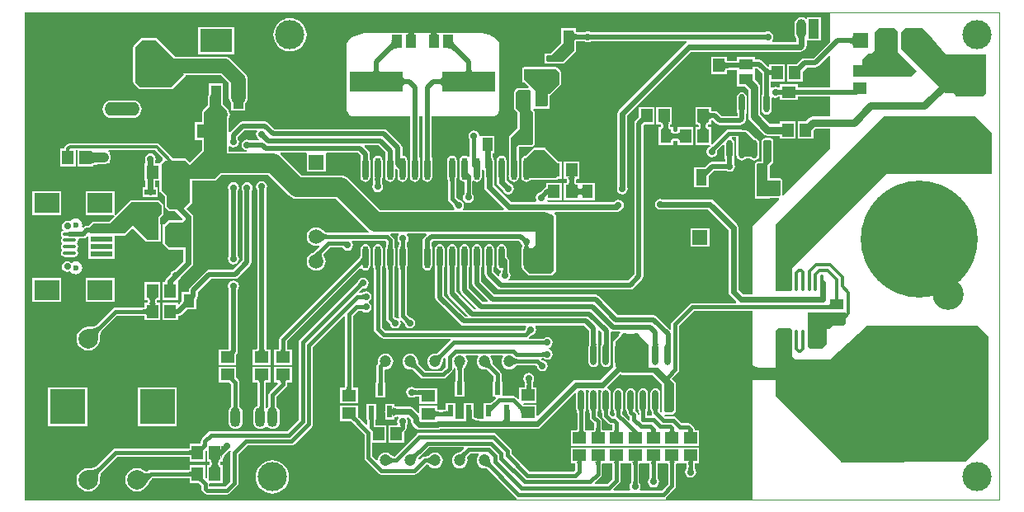
<source format=gtl>
%FSTAX24Y24*%
%MOIN*%
%SFA1B1*%

%IPPOS*%
%ADD10R,0.047200X0.055100*%
%ADD11R,0.043300X0.055100*%
%ADD12R,0.055100X0.043300*%
%ADD13R,0.043300X0.066900*%
%ADD14R,0.098400X0.078700*%
%ADD15R,0.090600X0.019700*%
%ADD16R,0.074800X0.074800*%
%ADD17O,0.053200X0.015700*%
%ADD18O,0.023600X0.090600*%
%ADD19R,0.129900X0.094500*%
%ADD20R,0.039400X0.094500*%
%ADD21R,0.045300X0.023600*%
%ADD22R,0.031500X0.031500*%
%ADD23R,0.055100X0.047200*%
%ADD24R,0.023600X0.045300*%
%ADD25O,0.023600X0.086600*%
%ADD26R,0.216500X0.078700*%
%ADD27O,0.023600X0.074800*%
%ADD28R,0.129900X0.043300*%
%ADD29O,0.013800X0.066900*%
%ADD30C,0.019700*%
%ADD31C,0.023600*%
%ADD32C,0.059100*%
%ADD33C,0.015700*%
%ADD34C,0.031500*%
%ADD35C,0.039400*%
%ADD36C,0.078700*%
%ADD37C,0.011800*%
%ADD38C,0.003900*%
%ADD39O,0.055100X0.141700*%
%ADD40O,0.141700X0.055100*%
%ADD41C,0.023600*%
%ADD42C,0.027600*%
%ADD43C,0.059100*%
%ADD44R,0.059100X0.059100*%
%ADD45C,0.063000*%
%ADD46R,0.063000X0.063000*%
%ADD47O,0.039400X0.078700*%
%ADD48R,0.039400X0.078700*%
%ADD49C,0.047200*%
%ADD50C,0.078700*%
%ADD51R,0.141700X0.141700*%
%ADD52O,0.041300X0.078700*%
%ADD53R,0.041300X0.078700*%
%ADD54C,0.126000*%
%ADD55C,0.118100*%
%ADD56C,0.472400*%
%ADD57R,0.059100X0.059100*%
%ADD58C,0.031500*%
%ADD59C,0.050000*%
%LNdummyv1-1*%
%LPD*%
G36*
X017369Y009409D02*
X017366Y009397D01*
X017364Y009382*
X01736Y009342*
X017357Y009259*
X017356Y009188*
X017159*
Y009225*
X01715Y009397*
X017147Y009409*
X017144Y009418*
X017372*
X017369Y009409*
G37*
G36*
X016869D02*
X016866Y009397D01*
X016864Y009382*
X01686Y009342*
X016857Y009259*
X016856Y009188*
X016659*
Y009225*
X01665Y009397*
X016647Y009409*
X016644Y009418*
X016872*
X016869Y009409*
G37*
G36*
X023574Y003591D02*
X02357Y003581D01*
X023566Y003569*
X023563Y003554*
X023561Y003537*
X023557Y003495*
X023555Y003443*
Y003413*
X023397*
Y003443*
X023389Y003554*
X023386Y003569*
X023382Y003581*
X023378Y003591*
X023374Y003599*
X023578*
X023574Y003591*
G37*
G36*
X023074D02*
X02307Y003581D01*
X023066Y003569*
X023063Y003554*
X023061Y003537*
X023057Y003495*
X023055Y003443*
Y003413*
X022897*
Y003443*
X022889Y003554*
X022886Y003569*
X022882Y003581*
X022878Y003591*
X022874Y003599*
X023078*
X023074Y003591*
G37*
G36*
X018369Y009409D02*
X018366Y009397D01*
X018364Y009382*
X01836Y009342*
X018357Y009259*
X018356Y009188*
X018159*
Y009225*
X01815Y009397*
X018147Y009409*
X018144Y009418*
X018372*
X018369Y009409*
G37*
G36*
X017869D02*
X017866Y009397D01*
X017864Y009382*
X01786Y009342*
X017857Y009259*
X017856Y009188*
X017659*
Y009225*
X01765Y009397*
X017647Y009409*
X017644Y009418*
X017872*
X017869Y009409*
G37*
G36*
X031491Y009052D02*
X031363D01*
X031364Y009055*
X031365Y009059*
X031366Y009066*
X031367Y0091*
X031368Y009177*
X031486*
X031491Y009052*
G37*
G36*
X025074Y003591D02*
X02507Y003581D01*
X025066Y003569*
X025063Y003554*
X025061Y003537*
X025057Y003495*
X025055Y003443*
Y003413*
X024897*
Y003443*
X024889Y003554*
X024886Y003569*
X024882Y003581*
X024878Y003591*
X024874Y003599*
X025078*
X025074Y003591*
G37*
G36*
X039055Y014803D02*
Y01315D01*
X034803*
X032559Y010906*
X030984Y009331*
Y008465*
X030945Y008425*
X030354*
X030315Y008465*
Y011102*
X034685Y015472*
X038386*
X039055Y014803*
G37*
G36*
X020035Y003817D02*
X020096Y003766D01*
X020122Y003747*
X020146Y003733*
X020167Y003725*
X020185Y003721*
X020201Y003722*
X020214Y003727*
X020224Y003738*
X020042Y003477*
X020049Y003491*
X020052Y003507*
X020051Y003524*
X020045Y003544*
X020036Y003565*
X020023Y003588*
X020006Y003613*
X019984Y00364*
X019959Y003669*
X019929Y0037*
X020001Y00385*
X020035Y003817*
G37*
G36*
X031235Y009052D02*
X031107D01*
X031108Y009054*
X031109Y009059*
X03111Y009065*
X031111Y009095*
X031112Y009163*
X03123*
X031235Y009052*
G37*
G36*
X03177Y009171D02*
X031762Y00906D01*
X031759Y009051*
X031755Y009047*
X031751*
X031747Y009052*
X031619*
X031626Y009062*
X031631Y009074*
X031636Y009086*
X03164Y0091*
X031644Y009115*
X031647Y00913*
X031651Y009165*
X031652Y009184*
Y009204*
X03177Y009206*
Y009171*
G37*
G36*
X024074Y003591D02*
X02407Y003581D01*
X024066Y003569*
X024063Y003554*
X024061Y003537*
X024057Y003495*
X024055Y003443*
Y003413*
X023897*
Y003443*
X023889Y003554*
X023886Y003569*
X023882Y003581*
X023878Y003591*
X023874Y003599*
X024078*
X024074Y003591*
G37*
G36*
X023294Y004372D02*
X023289Y004365D01*
X023274Y004287*
Y003657*
X023289Y00358*
X023303Y00356*
X023304Y003556*
X023305Y003555*
X023307Y00355*
X023308Y003543*
X023314Y003458*
Y003374*
X023326Y003312*
X023362Y00326*
X023547Y003075*
X023599Y003039*
X023661Y003027*
X023712*
X023736Y003004*
Y002838*
X023735Y002826*
X023732Y002809*
X023729Y002797*
X023542*
X023505*
X023319*
X023318*
X023315Y002809*
X023312Y002826*
X023311Y002838*
Y00315*
X023299Y003212*
X023264Y003264*
X023138Y00339*
Y003478*
Y00349*
X023142Y003527*
X023143Y00354*
X023145Y00355*
X023147Y003555*
X023148Y003556*
X023149Y00356*
X023163Y00358*
X023178Y003657*
Y004287*
X023163Y004365*
X023154Y004378*
X023178Y004422*
X023267*
X023294Y004372*
G37*
G36*
X018046Y003285D02*
X018077Y003261D01*
X018111Y003239*
X018146Y003221*
X018183Y003205*
X018221Y003192*
X018262Y003182*
X018305Y003175*
X018349Y003171*
X018395Y003169*
X01811Y002933*
Y003051*
X018017Y003312*
X018046Y003285*
G37*
G36*
X015349Y003047D02*
X015346Y003042D01*
X015343Y003035*
X015341Y003027*
X015339Y003018*
X015337Y003008*
X015335Y002983*
Y002954*
X015177*
Y002969*
X015174Y003008*
X015173Y003018*
X015171Y003027*
X015168Y003035*
X015166Y003042*
X015163Y003047*
X015159Y003051*
X015352*
X015349Y003047*
G37*
G36*
X014067Y002973D02*
X014136Y002912D01*
X014137*
X014056Y002752*
Y002755*
X014053Y002759*
X014048Y002766*
X01403Y002785*
X013945Y002873*
X014052Y002989*
X014067Y002973*
G37*
G36*
X030157Y014488D02*
Y013661D01*
X03Y013504*
Y012894*
X030512*
Y012303*
X030472Y012264*
X02998*
X029961Y012244*
X029606*
X029567Y012283*
Y013543*
X029606Y013583*
X029803*
X029843Y013622*
Y014488*
X029882Y014528*
X030118*
X030157Y014488*
G37*
G36*
X022798Y004378D02*
X022789Y004365D01*
X022774Y004287*
Y003657*
X022789Y00358*
X022803Y00356*
X022804Y003556*
X022805Y003555*
X022806Y00355*
X022808Y003543*
X022814Y003458*
Y003323*
X022826Y003261*
X022862Y003209*
X022988Y003083*
Y002838*
X022987Y002826*
X022984Y002809*
X022981Y002797*
X02298*
X022794*
X022757*
X022645*
X022642Y002809*
X022639Y002826*
X022638Y002838*
Y003478*
Y00349*
X022642Y003527*
X022643Y00354*
X022645Y00355*
X022647Y003555*
X022648Y003556*
X022649Y00356*
X022663Y00358*
X022678Y003657*
Y004287*
X022663Y004365*
X022654Y004378*
X022678Y004422*
X022774*
X022798Y004378*
G37*
G36*
X013354Y003413D02*
X013348Y0034D01*
X013346Y003385*
X01335Y003366*
X013359Y003345*
X013372Y003322*
X013391Y003295*
X013414Y003266*
X013476Y0032*
X013316Y003138*
X013286Y003167*
X013231Y003213*
X013206Y00323*
X013183Y003243*
X013161Y003252*
X013142Y003257*
X013124Y003259*
X013108Y003256*
X013093Y003249*
X013365Y003423*
X013354Y003413*
G37*
G36*
X017068Y003348D02*
X017067Y003355D01*
X017062Y003361*
X017054Y003367*
X017043Y003372*
X017029Y003376*
X017011Y00338*
X016991Y003382*
X016941Y003385*
X016911Y003386*
Y003543*
X016941Y003544*
X016968Y003546*
X016991Y00355*
X017012Y003556*
X017029Y003563*
X017044Y003572*
X017055Y003582*
X017063Y003594*
X017068Y003607*
X017069Y003622*
X017068Y003348*
G37*
G36*
X022574Y003591D02*
X02257Y003581D01*
X022566Y003569*
X022563Y003554*
X022561Y003537*
X022557Y003495*
X022555Y003443*
Y003413*
X022397*
Y003443*
X022389Y003554*
X022386Y003569*
X022382Y003581*
X022378Y003591*
X022374Y003599*
X022578*
X022574Y003591*
G37*
G36*
X014356Y009383D02*
X014352Y009373D01*
X014348Y00936*
X014345Y009346*
X014342Y009328*
X014339Y009286*
X014337Y009234*
Y009204*
X014179*
Y009234*
X014171Y009346*
X014168Y00936*
X014164Y009373*
X01416Y009383*
X014156Y00939*
X01436*
X014356Y009383*
G37*
G36*
X014106Y003317D02*
X014099Y003312D01*
X014094Y003304*
X014089Y003293*
X014084Y003279*
X014081Y003261*
X014078Y003241*
X014075Y003191*
Y003161*
X013917*
Y003191*
X013911Y003261*
X013908Y003279*
X013904Y003293*
X013899Y003304*
X013893Y003312*
X013886Y003317*
X013879Y003318*
X014113*
X014106Y003317*
G37*
G36*
X016574Y003607D02*
X016579Y003594D01*
X016587Y003582*
X016598Y003572*
X016612Y003563*
X01663Y003556*
X01665Y00355*
X016674Y003546*
X016701Y003544*
X016731Y003543*
Y003386*
X016701Y003385*
X016674Y003383*
X01665Y003379*
X01663Y003373*
X016612Y003366*
X016598Y003357*
X016587Y003347*
X016579Y003335*
X016574Y003322*
X016572Y003307*
Y003622*
X016574Y003607*
G37*
G36*
X014863Y003748D02*
X01487Y00373D01*
X014882Y003714*
X014899Y0037*
X01492Y003688*
X014946Y003679*
X014977Y003671*
X015012Y003666*
X015052Y003662*
X015097Y003661*
Y003425*
X015052Y003424*
X015012Y003421*
X014977Y003416*
X014946Y003408*
X01492Y003398*
X014899Y003387*
X014882Y003373*
X01487Y003357*
X014863Y003338*
X014861Y003318*
Y003768*
X014863Y003748*
G37*
G36*
X01688Y005777D02*
X016865Y005761D01*
X016852Y005744*
X01684Y005726*
X01683Y005707*
X016822Y005688*
X016815Y005667*
X01681Y005646*
X016806Y005624*
X016804Y005601*
X016803Y005577*
X016569Y005811*
X016593Y005812*
X016616Y005814*
X016638Y005817*
X016659Y005823*
X01668Y00583*
X016699Y005838*
X016718Y005848*
X016736Y00586*
X016753Y005873*
X016769Y005888*
X01688Y005777*
G37*
G36*
X019743Y005735D02*
X019762Y005722D01*
X019781Y005709*
X0198Y005699*
X01982Y00569*
X019841Y005682*
X019861Y005677*
X019882Y005673*
X019903Y00567*
X019925Y005669*
X019936Y005512*
X019914Y005511*
X019893Y005508*
X019872Y005504*
X019852Y005497*
X019833Y005489*
X019814Y005479*
X019796Y005467*
X019779Y005454*
X019762Y005438*
X019746Y005421*
X019724Y005751*
X019743Y005735*
G37*
G36*
X020834Y005577D02*
X020863Y005552D01*
X020871Y005545*
X020879Y00554*
X020886Y005536*
X020893Y005534*
X020899Y005532*
X020904Y005531*
X020768Y005395*
X020767Y0054*
X020766Y005406*
X020763Y005413*
X020759Y00542*
X020754Y005428*
X020748Y005436*
X020732Y005455*
X020711Y005476*
X020823Y005588*
X020834Y005577*
G37*
G36*
X031234Y006221D02*
X031233Y006216D01*
Y006209*
X031231Y006175*
X03123Y006098*
X031112*
X031107Y006224*
X031235*
X031234Y006221*
G37*
G36*
X021004Y00577D02*
X021Y005773D01*
X020994Y005776*
X020988Y005779*
X02098Y005781*
X020971Y005783*
X020961Y005785*
X020936Y005787*
X020907*
Y005945*
X020922*
X020961Y005948*
X020971Y005949*
X02098Y005951*
X020988Y005954*
X020994Y005956*
X021Y005959*
X021004Y005963*
Y00577*
G37*
G36*
X022794Y006831D02*
Y006335D01*
X022792Y006289*
X022789Y006254*
X022788Y006248*
X022786Y006237*
X022785Y006233*
X022784Y006226*
X022774Y006177*
Y005547*
X022789Y00547*
X022833Y005404*
X022899Y005361*
X022976Y005345*
X023053Y005361*
X023119Y005404*
X023163Y00547*
X023178Y005547*
Y006177*
X023168Y006226*
X023167Y006233*
X023166Y006237*
X023165Y006241*
X023158Y006372*
Y006821*
X023204Y00684*
X023309Y006736*
Y006362*
X023308Y006332*
X023305Y006292*
X023303Y00628*
X023301Y006273*
Y006272*
X023289Y006254*
X023274Y006177*
Y005547*
X023289Y00547*
X023333Y005404*
X023399Y005361*
X023476Y005345*
X023553Y005361*
X023619Y005404*
X023663Y00547*
X023678Y005547*
Y006177*
X023673Y006204*
Y006752*
X023723Y006793*
X023753Y006787*
X024025*
X024046Y006737*
X024007Y006679*
X023998Y006633*
X023801Y006436*
X023783Y006409*
X023777Y006378*
Y006191*
X023774Y006177*
Y005547*
X023777Y005534*
Y005394*
X023782Y005367*
X023241Y004826*
X022255*
X022178Y00481*
X022112Y004766*
X020717Y003371*
X020671Y00339*
Y00382*
X020166*
X02014Y003849*
X020159Y003896*
X020671*
Y004529*
X020524*
X020523Y00453*
X02052Y004542*
X020517Y004559*
X020516Y00457*
Y004722*
X020517Y00473*
X020518Y004734*
X020559Y004797*
X020576Y004882*
X020559Y004967*
X020511Y005039*
X020439Y005087*
X020354Y005104*
X020269Y005087*
X020197Y005039*
X020149Y004967*
X020132Y004882*
X020149Y004797*
X020191Y004734*
X020192Y004731*
Y004719*
Y00457*
X020191Y004559*
X020189Y004542*
X020186Y00453*
X020185Y004529*
X019959*
Y004075*
X019913Y004056*
X019839Y00413*
X019786Y004165*
X019724Y004178*
X019293*
Y004682*
Y004684*
Y004686*
Y004765*
X019259*
X019256Y0048*
Y005047*
X019244Y005109*
X019209Y005162*
X018923Y005447*
X018918Y005453*
X018911Y005466*
X018904Y005478*
X018898Y005491*
X018893Y005505*
X018889Y00552*
X018887Y005536*
X018885Y005553*
Y005567*
X018886Y005575*
X018875Y005657*
X018843Y005734*
X01881Y005778*
X018834Y005828*
X0193*
X019324Y005778*
X019291Y005734*
X019259Y005657*
X019248Y005575*
X019259Y005492*
X019291Y005415*
X019341Y005349*
X019407Y005299*
X019484Y005267*
X019567Y005256*
X019649Y005267*
X019726Y005299*
X019792Y005349*
X019804Y005364*
X019806Y005366*
X01982Y005381*
X019832Y005392*
X019844Y005401*
X019856Y005409*
X019868Y005415*
X01988Y005421*
X019893Y005425*
X019907Y005428*
X019914Y005429*
X020642*
X020678Y005393*
X020683Y005386*
X020686Y005383*
X0207Y005309*
X020748Y005237*
X020821Y005189*
X020906Y005172*
X02099Y005189*
X021063Y005237*
X021111Y005309*
X021128Y005394*
X021111Y005479*
X021063Y005551*
X02099Y005599*
X020916Y005614*
X020914Y005615*
X020904Y005624*
X02087Y005658*
X020889Y005704*
X020942*
X020951*
X020954Y005703*
X021017Y005661*
X021102Y005644*
X021187Y005661*
X021259Y005709*
X021307Y005781*
X021324Y005866*
X021307Y005951*
X021259Y006023*
X021187Y006071*
X021159Y006077*
Y006128*
X021187Y006133*
X021259Y006182*
X021308Y006254*
X021324Y006339*
X021308Y006424*
X021259Y006496*
X021187Y006544*
X021102Y006561*
X021017Y006544*
X020955Y006502*
X020952Y006501*
X020939Y0065*
X02038*
X020376Y006506*
X020362Y00655*
X020434Y006623*
X020441Y006628*
X020444Y00663*
X020518Y006645*
X02059Y006693*
X020638Y006765*
X020655Y00685*
X020638Y006935*
X020613Y006973*
X02064Y007023*
X022602*
X022794Y006831*
G37*
G36*
X018804Y005549D02*
X018806Y005526D01*
X01881Y005504*
X018815Y005482*
X018822Y005462*
X01883Y005442*
X01884Y005424*
X018852Y005406*
X018865Y005389*
X01888Y005373*
X018769Y005261*
X018753Y005276*
X018736Y00529*
X018718Y005301*
X018699Y005311*
X01868Y00532*
X018659Y005327*
X018638Y005332*
X018616Y005336*
X018593Y005338*
X018569Y005339*
X018803Y005572*
X018804Y005549*
G37*
G36*
X020447Y004779D02*
X020444Y004774D01*
X020442Y004767*
X020439Y00476*
X020438Y00475*
X020436Y00474*
X020434Y004716*
X020433Y004686*
X020276*
X020275Y004701*
X020273Y00474*
X020271Y00475*
X020269Y00476*
X020267Y004767*
X020264Y004774*
X020261Y004779*
X020258Y004783*
X020451*
X020447Y004779*
G37*
G36*
X019174Y004811D02*
X019179Y004741D01*
X019183Y004723*
X019187Y004709*
X019192Y004698*
X019198Y00469*
X019204Y004685*
X019211Y004684*
X018978*
X018985Y004685*
X018991Y00469*
X018997Y004698*
X019002Y004709*
X019006Y004723*
X01901Y004741*
X019012Y004761*
X019015Y004811*
X019016Y004841*
X019173*
X019174Y004811*
G37*
G36*
X017638D02*
X017644Y004741D01*
X017647Y004723*
X017652Y004709*
X017657Y004698*
X017662Y00469*
X017669Y004685*
X017676Y004684*
X017442*
X017449Y004685*
X017456Y00469*
X017462Y004698*
X017467Y004709*
X017471Y004723*
X017474Y004741*
X017477Y004761*
X01748Y004811*
Y004841*
X017638*
Y004811*
G37*
G36*
X015804Y005549D02*
X015806Y005526D01*
X01581Y005504*
X015815Y005482*
X015822Y005462*
X01583Y005442*
X01584Y005424*
X015852Y005406*
X015865Y005389*
X01588Y005373*
X015769Y005261*
X015753Y005276*
X015736Y00529*
X015718Y005301*
X015699Y005311*
X01568Y00532*
X015659Y005327*
X015638Y005332*
X015616Y005336*
X015593Y005338*
X015569Y005339*
X015803Y005572*
X015804Y005549*
G37*
G36*
X017727Y005401D02*
X01771Y005384D01*
X017695Y005367*
X017681Y005349*
X01767Y005331*
X01766Y005312*
X017652Y005292*
X017646Y005272*
X017641Y005251*
X017639Y00523*
X017638Y005208*
X01748Y005213*
X017479Y005235*
X017477Y005256*
X017473Y005277*
X017467Y005298*
X017459Y005318*
X01745Y005338*
X017439Y005357*
X017426Y005376*
X017412Y005394*
X017396Y005412*
X017727Y005401*
G37*
G36*
X020434Y004575D02*
X020436Y004548D01*
X02044Y004525*
X020446Y004504*
X020453Y004487*
X020461Y004473*
X020472Y004462*
X020483Y004454*
X020497Y004449*
X020512Y004448*
X020197*
X020212Y004449*
X020225Y004454*
X020237Y004462*
X020247Y004473*
X020256Y004487*
X020263Y004504*
X020268Y004525*
X020272Y004548*
X020275Y004575*
X020276Y004605*
X020433*
X020434Y004575*
G37*
G36*
X032521Y007678D02*
X032519Y007682D01*
X032515Y007684*
X032507Y007687*
X032496Y007689*
X032482Y007691*
X032444Y007694*
X032363Y007695*
Y007853*
X032393Y007854*
X03242Y007856*
X032444Y00786*
X032465Y007865*
X032482Y007872*
X032497Y007881*
X032508Y007891*
X032516Y007903*
X03252Y007917*
X032522Y007932*
X032521Y007678*
G37*
G36*
X018949Y00369D02*
X018922Y003662D01*
X01888Y003611*
X018863Y003587*
X01885Y003564*
X018841Y003542*
X018834Y003522*
X018832Y003502*
Y003484*
X018836Y003467*
X018723Y003797*
X01873Y003783*
X018741Y003775*
X018755Y003772*
X018772Y003775*
X018793Y003784*
X018817Y003798*
X018844Y003818*
X018874Y003843*
X018946Y003909*
X018949Y00369*
G37*
G36*
X020432Y006713D02*
X020426Y006712D01*
X02042Y00671*
X020414Y006708*
X020407Y006704*
X020399Y006699*
X02039Y006692*
X020372Y006677*
X02035Y006656*
X020239Y006768*
X02025Y006779*
X020275Y006808*
X020281Y006816*
X020286Y006824*
X02029Y006831*
X020293Y006838*
X020295Y006844*
Y006849*
X020432Y006713*
G37*
G36*
X032855Y008205D02*
X032857Y008185D01*
X03286Y008167*
X032864Y008152*
X032869Y008139*
X032876Y008128*
X032883Y00812*
X032892Y008114*
X032902Y00811*
X032913Y008109*
X032677*
X032688Y00811*
X032698Y008114*
X032707Y00812*
X032715Y008128*
X032721Y008139*
X032727Y008152*
X032731Y008167*
X032734Y008185*
X032736Y008205*
Y008227*
X032854*
X032855Y008205*
G37*
G36*
X025197Y00626D02*
Y005315D01*
X025591*
X02622Y004685*
Y003583*
X026142Y003504*
X025906*
X025866Y003543*
X025827*
Y004685*
X025394Y005118*
X024134*
X023858Y005394*
Y006378*
X024173Y006693*
X024764*
X025197Y00626*
G37*
G36*
X024076Y00506D02*
X024103Y005043D01*
X024134Y005037*
X02536*
X025745Y004651*
Y003543*
X025746Y00354*
X0257Y003515*
X025652Y003564*
X025663Y00358*
X025678Y003657*
Y004287*
X025663Y004365*
X025619Y00443*
X025553Y004474*
X025476Y004489*
X025399Y004474*
X025333Y00443*
X025289Y004365*
X025274Y004287*
Y003657*
X025289Y00358*
X025314Y003543*
Y00351*
X025326Y003448*
X025344Y003422*
X025317Y003372*
X025138*
Y003478*
Y00349*
X025142Y003527*
X025143Y00354*
X025145Y00355*
X025147Y003555*
X025148Y003556*
X025149Y00356*
X025163Y00358*
X025178Y003657*
Y004287*
X025163Y004365*
X025119Y00443*
X025053Y004474*
X024976Y004489*
X024899Y004474*
X024833Y00443*
X024789Y004365*
X024774Y004287*
Y003657*
X024789Y00358*
X024803Y00356*
X024804Y003556*
X024805Y003555*
X024806Y00355*
X024808Y003543*
X024814Y003458*
Y003432*
X024764Y003427*
X024756Y003469*
X024721Y003522*
X024662Y00358*
X024663*
X024678Y003657*
Y004287*
X024663Y004365*
X024619Y00443*
X024553Y004474*
X024476Y004489*
X024399Y004474*
X024333Y00443*
X024289Y004365*
X024274Y004287*
Y003657*
X024289Y00358*
X024314Y003543*
Y003537*
X024326Y003475*
X024362Y003423*
X024444Y00334*
Y003228*
X024447Y003215*
X024401Y00319*
X024327Y003264*
X024138Y003453*
Y003478*
Y00349*
X024142Y003527*
X024143Y00354*
X024145Y00355*
X024147Y003555*
X024148Y003556*
X024149Y00356*
X024163Y00358*
X024178Y003657*
Y004287*
X024163Y004365*
X024119Y00443*
X024053Y004474*
X023976Y004489*
X023899Y004474*
X023833Y00443*
X023789Y004365*
X023774Y004287*
Y003657*
X023789Y00358*
X023803Y00356*
X023804Y003556*
X023805Y003555*
X023807Y00355*
X023808Y003543*
X023814Y003458*
Y003395*
X023796Y003371*
X02377Y003351*
X023728*
X023638Y003441*
Y003478*
Y00349*
X023642Y003527*
X023643Y00354*
X023645Y00355*
X023647Y003555*
X023648Y003556*
X023649Y00356*
X023663Y00358*
X023678Y003657*
Y004287*
X023663Y004365*
X023619Y00443*
X023553Y004474*
X023535Y004478*
X023518Y004532*
X024062Y005075*
X024076Y00506*
G37*
G36*
X021004Y006242D02*
X021Y006245D01*
X020995Y006248*
X020988Y006251*
X02098Y006253*
X020971Y006255*
X020961Y006257*
X020936Y006259*
X020907Y00626*
Y006417*
X020922*
X020961Y00642*
X020971Y006422*
X02098Y006424*
X020988Y006426*
X020995Y006429*
X021Y006432*
X021004Y006435*
Y006242*
G37*
G36*
X023075Y006401D02*
X023084Y006229D01*
X023087Y006217*
X02309Y006208*
X022862*
X022865Y006217*
X022868Y006229*
X02287Y006244*
X022874Y006284*
X022877Y006367*
X022878Y006438*
X023074*
X023075Y006401*
G37*
G36*
X03315Y007484D02*
X033153Y007487D01*
X033195Y007362*
X033171Y007337*
X03315Y007312*
Y007087*
X033071Y007008*
X032638*
X03252Y00689*
X032402*
Y006299*
X032205Y006102*
X031693*
X031614Y006181*
Y006811*
Y007559*
X03315*
Y007484*
G37*
G36*
X03149Y006221D02*
X031489Y006216D01*
Y006209*
X031487Y006175*
X031486Y006098*
X031368*
X031363Y006224*
X031491*
X03149Y006221*
G37*
G36*
X026083Y006422D02*
X02609Y006208D01*
X025874Y006236*
X025876Y006241*
X025878Y00625*
X02588Y006262*
X025883Y006297*
X025886Y006411*
Y006449*
X026083Y006422*
G37*
G36*
X025575Y006401D02*
X025584Y006229D01*
X025587Y006217*
X02559Y006208*
X025362*
X025365Y006217*
X025368Y006229*
X02537Y006244*
X025374Y006284*
X025377Y006367*
X025378Y006438*
X025574*
X025575Y006401*
G37*
G36*
X023589Y006406D02*
X02359Y006208D01*
X023374Y006236*
X023377Y006243*
X02338Y006253*
X023383Y006266*
X023386Y006283*
X023389Y006327*
X023392Y006419*
Y006457*
X023589Y006406*
G37*
G36*
X025536Y001535D02*
X025523Y00153D01*
X025511Y001522*
X025501Y001511*
X025492Y001497*
X025485Y00148*
X02548Y001459*
X025476Y001436*
X025473Y001409*
X025472Y001379*
X025315*
X025314Y001409*
X025312Y001436*
X025308Y001459*
X025302Y00148*
X025295Y001497*
X025287Y001511*
X025276Y001522*
X025265Y00153*
X025251Y001535*
X025236Y001537*
X025551*
X025536Y001535*
G37*
G36*
X026284D02*
X026271Y00153D01*
X026259Y001522*
X026249Y001511*
X02624Y001497*
X026233Y00148*
X026228Y001459*
X026224Y001436*
X026221Y001409*
X02622Y001379*
X026063*
X026062Y001409*
X02606Y001436*
X026056Y001459*
X02605Y00148*
X026043Y001497*
X026035Y001511*
X026024Y001522*
X026013Y00153*
X025999Y001535*
X025984Y001537*
X026299*
X026284Y001535*
G37*
G36*
X024788D02*
X024775Y00153D01*
X024763Y001522*
X024753Y001511*
X024744Y001497*
X024737Y00148*
X024732Y001459*
X024728Y001436*
X024725Y001409*
X024724Y001379*
X024567*
X024566Y001409*
X024564Y001436*
X02456Y001459*
X024554Y00148*
X024547Y001497*
X024539Y001511*
X024528Y001522*
X024517Y00153*
X024503Y001535*
X024488Y001537*
X024803*
X024788Y001535*
G37*
G36*
X023292D02*
X023279Y00153D01*
X023267Y001522*
X023257Y001511*
X023248Y001497*
X023241Y00148*
X023235Y001459*
X023231Y001436*
X023229Y001409*
X023228Y001379*
X023071*
X02307Y001409*
X023068Y001436*
X023064Y001459*
X023058Y00148*
X023051Y001497*
X023043Y001511*
X023032Y001522*
X02302Y00153*
X023007Y001535*
X022992Y001537*
X023307*
X023292Y001535*
G37*
G36*
X02404D02*
X024027Y00153D01*
X024015Y001522*
X024005Y001511*
X023996Y001497*
X023989Y00148*
X023983Y001459*
X02398Y001436*
X023977Y001409*
X023976Y001379*
X023819*
X023818Y001409*
X023816Y001436*
X023812Y001459*
X023806Y00148*
X023799Y001497*
X023791Y001511*
X02378Y001522*
X023769Y00153*
X023755Y001535*
X02374Y001537*
X024055*
X02404Y001535*
G37*
G36*
X027032D02*
X027019Y00153D01*
X027007Y001522*
X026997Y001511*
X026988Y001497*
X026981Y00148*
X026976Y001459*
X026972Y001436*
X026969Y001409*
Y001379*
X026811*
X02681Y001409*
X026808Y001436*
X026804Y001459*
X026798Y00148*
X026791Y001497*
X026783Y001511*
X026772Y001522*
X026761Y00153*
X026747Y001535*
X026732Y001537*
X027047*
X027032Y001535*
G37*
G36*
X024477Y001454D02*
X02448Y001442D01*
X024483Y001426*
X024484Y001414*
Y000689*
X024483Y00068*
Y000676*
X024441Y000613*
X024424Y000528*
X024441Y000443*
X024464Y000409*
X024437Y000359*
X023781*
X023762Y000405*
X024012Y000655*
X024047Y000707*
X024059Y000769*
Y001414*
X02406Y001426*
X024063Y001442*
X024066Y001454*
X024067Y001455*
X024253*
X02429*
X024476*
X024477Y001454*
G37*
G36*
X025973D02*
X025976Y001442D01*
X025979Y001426*
X02598Y001414*
Y000618*
X02572Y000359*
X024854*
X024828Y000409*
X024851Y000443*
X024868Y000528*
X024851Y000613*
X024809Y000676*
X024808Y000679*
Y000692*
Y001409*
X024828Y001455*
X024988*
X025001*
X025038*
X025051*
X025224*
X025225Y001454*
X025228Y001442*
X025231Y001426*
X025232Y001414*
Y000869*
X025231Y00086*
Y000856*
X025189Y000794*
X025172Y000709*
X025189Y000624*
X025237Y000552*
X025309Y000503*
X025394Y000487*
X025479Y000503*
X025551Y000552*
X025599Y000624*
X025616Y000709*
X025599Y000794*
X025557Y000856*
X025556Y000859*
Y000872*
Y001409*
X025576Y001455*
X025736*
X025749*
X025786*
X025799*
X025972*
X025973Y001454*
G37*
G36*
X023729D02*
X023732Y001442D01*
X023735Y001426*
X023736Y001414*
Y000836*
X023516Y000616*
X023033*
X023014Y000662*
X023264Y000912*
X023299Y000965*
X023311Y001027*
Y001414*
X023312Y001426*
X023315Y001442*
X023318Y001454*
X023319Y001455*
X023505*
X023542*
X023728*
X023729Y001454*
G37*
G36*
X014753Y001724D02*
X014771Y001709D01*
X014789Y001696*
X014808Y001685*
X014827Y001675*
X014847Y001667*
X014867Y001661*
X014888Y001657*
X014909Y001654*
X014931*
Y001496*
X014909Y001495*
X014888Y001493*
X014867Y001488*
X014847Y001482*
X014827Y001474*
X014808Y001465*
X014789Y001454*
X014771Y001441*
X014753Y001426*
X014736Y001409*
Y00174*
X014753Y001724*
G37*
G36*
X016398Y001409D02*
X016381Y001426D01*
X016363Y001441*
X016345Y001454*
X016326Y001465*
X016307Y001474*
X016287Y001482*
X016267Y001488*
X016246Y001493*
X016224Y001495*
X016202Y001496*
Y001654*
X016224*
X016246Y001657*
X016267Y001661*
X016287Y001667*
X016307Y001675*
X016326Y001685*
X016345Y001696*
X016363Y001709*
X016381Y001724*
X016398Y00174*
Y001409*
G37*
G36*
X035276Y018898D02*
D01*
Y018071*
X036024Y017323*
X035787Y017087*
X033898*
X033819Y017165*
Y017795*
X034055Y018032*
X034213*
X034331Y01815*
Y018898*
X034488Y019055*
X035118*
X035276Y018898*
G37*
G36*
X025472Y000904D02*
X025473Y000889D01*
X025475Y00085*
X025477Y00084*
X025479Y000831*
X025481Y000823*
X025484Y000817*
X025487Y000811*
X02549Y000807*
X025297*
X025301Y000811*
X025304Y000817*
X025306Y000823*
X025309Y000831*
X025311Y00084*
X025312Y00085*
X025314Y000875*
X025315Y000904*
X025472*
G37*
G36*
X024725Y000709D02*
X024727Y00067D01*
X024729Y00066*
X024731Y000651*
X024733Y000643*
X024736Y000636*
X024739Y000631*
X024742Y000627*
X024549*
X024553Y000631*
X024556Y000636*
X024558Y000643*
X024561Y000651*
X024562Y00066*
X024564Y00067*
X024566Y000695*
X024567Y000724*
X024724*
X024725Y000709*
G37*
G36*
X033451Y018346D02*
X033449Y018365D01*
X033443Y018382*
X033433Y018397*
X03342Y018409*
X033402Y01842*
X03338Y018429*
X033354Y018436*
X033324Y018441*
X033291Y018444*
X033253Y018445*
Y018642*
X033291Y018643*
X033324Y018646*
X033354Y018651*
X03338Y018657*
X033402Y018666*
X03342Y018677*
X033433Y01869*
X033443Y018705*
X033449Y018721*
X033451Y01874*
Y018346*
G37*
G36*
X028278Y017718D02*
X028284Y017701D01*
X028294Y017686*
X028308Y017673*
X028326Y017662*
X028347Y017654*
X028373Y017647*
X028402Y017642*
X028436Y017639*
X028473Y017638*
Y017441*
X028436Y01744*
X028402Y017437*
X028373Y017432*
X028347Y017425*
X028326Y017416*
X028308Y017406*
X028294Y017393*
X028284Y017378*
X028278Y017361*
X028276Y017343*
Y017736*
X028278Y017718*
G37*
G36*
X03252Y019685D02*
D01*
Y018486*
X031864Y01783*
X031506*
X031436Y017816*
X031377Y017776*
X031201Y0176*
X030786*
Y016889*
X031419*
Y017303*
X031581Y017466*
X031939*
X032009Y01748*
X032068Y017519*
X032473Y017925*
X03252Y017906*
Y016639*
X031222*
Y016773*
X030511*
Y016639*
X030435*
X0304Y016662*
X030315Y016679*
X03023Y016662*
X030195Y016638*
X030145Y016665*
Y016889*
X03071*
Y0176*
X030077*
Y017509*
X030031Y01749*
X029804Y017717*
X029745Y017757*
X029675Y017771*
X02948*
Y017885*
X028768*
Y017721*
X028429*
X028413Y017723*
X02839Y017726*
X028373Y017731*
X028363Y017735*
X028358Y017738*
Y017744*
Y017895*
X027725*
Y017184*
X028358*
Y017335*
Y017341*
X028363Y017343*
X028373Y017348*
X02839Y017352*
X028413Y017356*
X028429Y017357*
X028768*
Y016702*
X029078*
X02922Y016559*
Y016004*
Y015478*
X029239Y015386*
X029291Y015307*
X029839Y01476*
X029917Y014707*
X03001Y014689*
X030511*
Y014576*
X031143*
Y015287*
X030511*
Y015173*
X03011*
X029705Y015579*
Y016004*
Y016659*
X029686Y016752*
X029634Y016831*
X02948Y016985*
Y017407*
X0296*
X029784Y017223*
X029781Y017207*
Y016418*
X029779Y016372*
X029776Y016337*
X029775Y01633*
X029773Y01632*
X029771Y016316*
X02977Y016309*
X029761Y01626*
Y015748*
X029776Y015671*
X02982Y015605*
X029885Y015561*
X029963Y015546*
X03004Y015561*
X030105Y015605*
X030149Y015671*
X030165Y015748*
Y016235*
X030213Y016263*
X03023Y016252*
X030315Y016235*
X0304Y016252*
X030435Y016275*
X030511*
Y01614*
X031222*
Y016275*
X03252*
Y015478*
X031841*
X031748Y01546*
X031669Y015407*
X031549Y015287*
X031219*
Y014576*
X031852*
Y014905*
X031941Y014994*
X03252*
Y014173*
X030642Y012296*
X03063Y012297*
X030593Y012318*
Y012894*
X030587Y012925*
X030569Y012951*
X030543Y012969*
X030512Y012975*
X030082*
Y01347*
X030215Y013604*
X030233Y01363*
X030239Y013661*
Y014488*
X030233Y014519*
X030215Y014546*
X030176Y014585*
X030149Y014603*
X030118Y014609*
X029974*
X029963Y014611*
X029951Y014609*
X029882*
X029851Y014603*
X029824Y014585*
X029785Y014546*
X029767Y014519*
X029761Y014488*
Y014411*
Y014409*
Y013898*
Y013896*
Y013664*
X029606*
X029575Y013658*
X029549Y01364*
X029509Y013601*
X029498Y013584*
X029487*
X029485Y013543*
Y013535*
Y012283*
X029487Y012276*
Y012164*
X029598*
X029606Y012163*
X029961*
X029969Y012164*
X03008*
Y012182*
X030458*
X030478Y012145*
X03048Y012134*
X029409Y011063*
Y008273*
X029021*
X028824Y008469*
Y010984*
X028809Y011062*
X028765Y011127*
X02782Y012072*
X027754Y012116*
X027677Y012131*
X025759*
X025754Y012134*
X025669Y012151*
X025584Y012134*
X025512Y012086*
X025464Y012014*
X025447Y011929*
X025464Y011844*
X025512Y011772*
X025584Y011724*
X025669Y011707*
X025754Y011724*
X025759Y011727*
X027594*
X02842Y010901*
Y008386*
X028435Y008309*
X028479Y008243*
X028739Y007984*
X028719Y007937*
X026969*
X026907Y007925*
X026854Y00789*
X026158Y007194*
X026123Y007142*
X026111Y00708*
Y006876*
X026065Y006856*
X025527Y007394*
X025468Y007433*
X025399Y007447*
X023951*
X023175Y008224*
X023116Y008263*
X023046Y008277*
X018973*
X01844Y00881*
Y009291*
X018442Y009337*
X018445Y009372*
X018446Y009378*
X018448Y009389*
X018449Y009393*
X01845Y0094*
X01846Y009449*
Y010118*
X018444Y010195*
X018401Y010261*
X018335Y010305*
X018258Y01032*
X018181Y010305*
X018115Y010261*
X018071Y010195*
X018056Y010118*
Y009449*
X018066Y0094*
Y009393*
X018068Y009389*
X018069Y009385*
X018076Y009254*
Y008735*
X01809Y008665*
X018129Y008606*
X018709Y008027*
X01869Y00798*
X018501*
X01794Y008541*
Y009291*
X017942Y009337*
X017945Y009372*
X017946Y009378*
X017948Y009389*
X017949Y009393*
X01795Y0094*
X01796Y009449*
Y010118*
X017944Y010195*
X017901Y010261*
X017835Y010305*
X017758Y01032*
X017681Y010305*
X017615Y010261*
X017571Y010195*
X017556Y010118*
Y009449*
X017566Y0094*
Y009393*
X017568Y009389*
X017569Y009385*
X017576Y009254*
Y008466*
X01759Y008396*
X017629Y008337*
X018237Y00773*
X018218Y007684*
X018146*
X01744Y00839*
Y009291*
X017442Y009337*
X017445Y009372*
X017446Y009378*
X017448Y009389*
X017449Y009393*
X01745Y0094*
X01746Y009449*
Y010118*
X017444Y010195*
X017401Y010261*
X017335Y010305*
X017258Y01032*
X017181Y010305*
X017115Y010261*
X017071Y010195*
X017056Y010118*
Y009449*
X017066Y0094*
Y009393*
X017068Y009389*
X017069Y009385*
X017076Y009254*
Y008315*
X01709Y008245*
X017129Y008186*
X017882Y007433*
X017863Y007387*
X017792*
X01694Y008239*
Y009291*
X016942Y009337*
X016945Y009372*
X016946Y009378*
X016948Y009389*
X016949Y009393*
X01695Y0094*
X01696Y009449*
Y010118*
X016944Y010195*
X016901Y010261*
X016835Y010305*
X016758Y01032*
X016681Y010305*
X016615Y010261*
X016571Y010195*
X016556Y010118*
Y009449*
X016566Y0094*
Y009393*
X016568Y009389*
X016569Y009385*
X016576Y009254*
Y008163*
X01659Y008094*
X016629Y008035*
X017588Y007076*
X017647Y007037*
X017717Y007023*
X020226*
X020253Y006973*
X020228Y006935*
X020213Y006861*
X020211Y006859*
X020203Y006849*
X020169Y006815*
X014555*
X01442Y006951*
Y009269*
Y009281*
X014423Y009319*
X014425Y009331*
X014427Y009341*
X014429Y009346*
X01443Y009348*
X014431Y009352*
X014444Y009372*
X01446Y009449*
Y010118*
X014444Y010195*
X014401Y010261*
X014335Y010305*
X014258Y01032*
X014181Y010305*
X014115Y010261*
X014071Y010195*
X014056Y010118*
Y009449*
X014071Y009372*
X014084Y009352*
X014086Y009348*
X014087Y009346*
X014088Y009341*
X01409Y009334*
X014096Y009249*
Y006884*
X014108Y006822*
X014143Y006769*
X014374Y006539*
X014426Y006504*
X014488Y006492*
X017187*
X017191Y006486*
X017205Y006442*
X016694Y005931*
X016688Y005926*
X016676Y005918*
X016664Y005912*
X01665Y005906*
X016636Y005901*
X016621Y005897*
X016605Y005895*
X016588Y005893*
X016575*
X016567Y005894*
X016484Y005883*
X016407Y005851*
X016341Y0058*
X016291Y005734*
X016259Y005657*
X016248Y005575*
X016259Y005492*
X016291Y005415*
X016341Y005349*
X016407Y005299*
X016484Y005267*
X016567Y005256*
X016649Y005267*
X016726Y005299*
X016792Y005349*
X016843Y005415*
X016875Y005492*
X016886Y005575*
X016885Y005583*
Y005596*
X016887Y005613*
X016889Y005629*
X016893Y005644*
X016898Y005658*
X016904Y005671*
X016911Y005684*
X016918Y005696*
X016923Y005702*
X01694Y005719*
X01699Y005698*
Y005369*
X016823Y005201*
X016169*
X015923Y005447*
X015918Y005453*
X015911Y005466*
X015904Y005478*
X015898Y005491*
X015893Y005505*
X015889Y00552*
X015887Y005536*
X015885Y005553*
Y005567*
X015886Y005575*
X015875Y005657*
X015843Y005734*
X015792Y0058*
X015726Y005851*
X015649Y005883*
X015567Y005894*
X015484Y005883*
X015407Y005851*
X015341Y0058*
X015291Y005734*
X015259Y005657*
X015248Y005575*
X015259Y005492*
X015291Y005415*
X015341Y005349*
X015407Y005299*
X015484Y005267*
X015567Y005256*
X015575Y005257*
X015588*
X015605Y005255*
X015621Y005252*
X015636Y005249*
X01565Y005244*
X015664Y005238*
X015676Y005231*
X015688Y005223*
X015694Y005219*
X015988Y004925*
X01604Y00489*
X016102Y004878*
X01689*
X016952Y00489*
X017004Y004925*
X017266Y005187*
X017301Y00524*
X017314Y005302*
X017331Y00531*
X017383Y005287*
X017385Y005284*
X017389Y005272*
X017393Y005258*
X017396Y005244*
X017397Y005236*
Y004795*
X017396Y004769*
X017395Y004765*
X017361*
Y004686*
Y004684*
Y004682*
Y004152*
X017757*
Y004682*
X017758Y004684*
X017757Y004686*
Y004765*
X017724*
X017721Y0048*
Y00523*
X017722Y005238*
X017725Y005251*
X017729Y005265*
X017734Y005278*
X017741Y00529*
X017749Y005303*
X017758Y005315*
X017769Y005328*
X017784Y005343*
X017792Y005349*
X017843Y005415*
X017875Y005492*
X017886Y005575*
X017875Y005657*
X017843Y005734*
X01781Y005778*
X017834Y005828*
X0183*
X018324Y005778*
X018291Y005734*
X018259Y005657*
X018248Y005575*
X018259Y005492*
X018291Y005415*
X018341Y005349*
X018407Y005299*
X018484Y005267*
X018567Y005256*
X018575Y005257*
X018588*
X018605Y005255*
X018621Y005252*
X018636Y005249*
X01865Y005244*
X018664Y005238*
X018676Y005231*
X018688Y005223*
X018694Y005219*
X018933Y00498*
Y004795*
X018931Y004769*
Y004765*
X018896*
Y004686*
Y004684*
Y004682*
Y004152*
X019*
X019021Y004102*
X018854Y003935*
X018821Y003904*
X018794Y003882*
X01879Y003879*
X018522*
Y003266*
X018478Y003253*
X018344*
X018315Y003256*
X018279Y003262*
X018244Y003271*
X018211Y003281*
X018181Y003294*
X018152Y00331*
X018135Y00332*
Y003573*
X018131Y003592*
Y003879*
X017735*
Y003592*
X017731Y003573*
Y003253*
X017428*
X017383Y003266*
Y003879*
X016987*
Y003634*
X016986Y003633*
X016974Y00363*
X016957Y003627*
X016946Y003626*
X016696*
X016684Y003627*
X016667Y00363*
X016655Y003633*
Y003634*
Y003781*
X015944*
Y003502*
X015897Y003483*
X015694Y003686*
X015628Y00373*
X015551Y003745*
X01504*
X015022Y003747*
X014993Y003751*
X01497Y003757*
X014954Y003763*
X014945Y003767*
X014943Y003769*
X014942Y003776*
Y00385*
X014863*
X014861*
X014859*
X014546*
Y003563*
X014542Y003543*
X014546Y003524*
Y003237*
X014859*
X014861*
X014863*
X014942*
Y00331*
X014943Y003317*
X014945Y003319*
X014954Y003324*
X01497Y00333*
X014993Y003335*
X015022Y00334*
X01504Y003341*
X015068*
X015089Y003291*
X015051Y003235*
X015034Y00315*
X015051Y003065*
X015065Y003043*
X015038Y002993*
X014684*
Y002282*
X015316*
Y002725*
X01537Y002779*
X015405Y002832*
X015418Y002894*
Y002989*
X015419Y002998*
Y003002*
X015461Y003065*
X015478Y00315*
X015461Y003235*
X015444Y003261*
X015467Y003316*
X015489Y00332*
X015604Y003205*
Y003138*
X015619Y003061*
X015663Y002995*
X01579Y002867*
X015856Y002824*
X015933Y002808*
X016665*
X016742Y002824*
X016781Y002849*
X019285*
X019293Y002848*
X020681*
X020758Y002863*
X020824Y002907*
X022228Y004311*
X022272Y004289*
X022274Y004286*
Y003657*
X022289Y00358*
X022303Y00356*
X022304Y003556*
X022305Y003555*
X022306Y00355*
X022308Y003543*
X022314Y003458*
Y002838*
X022313Y002826*
X02231Y002809*
X022307Y002797*
X022046*
Y002164*
X022757*
X022794*
X023505*
X023542*
X024253*
X02429*
X025001*
X025038*
X025749*
X025786*
X026497*
X026534*
X027245*
Y002797*
X027052*
Y002802*
Y002835*
X027039Y002897*
X027004Y002949*
X026925Y003028*
X026873Y003063*
X026811Y003075*
X026534*
X026296Y003313*
X026243Y003348*
X026181Y003361*
X025854*
X025834Y003381*
X025853Y003433*
X025865Y003435*
X025874Y003429*
X025906Y003422*
X026142*
X026173Y003429*
X026199Y003446*
X026278Y003525*
X026296Y003551*
X026302Y003583*
Y004685*
X026296Y004716*
X026278Y004743*
X026136Y004885*
X026387Y005136*
X026422Y005188*
X026435Y00525*
Y007013*
X027036Y007614*
X028806*
X028814Y007612*
X029409*
Y005408*
X029626Y005315*
X030315*
Y006811*
X030433Y006929*
X030906*
X030984Y00685*
Y005787*
X031102Y005669*
X03252*
X034016Y007008*
X038504*
X038937Y006575*
Y002441*
X038071Y001575*
X037992Y001535*
X032992Y001496*
X030315Y004173*
Y004823*
X029409*
Y0*
X025885*
X025879Y000008*
X025892Y000076*
X025902Y000082*
X026256Y000437*
X026291Y000489*
X026304Y000551*
Y001409*
X026324Y001455*
X026484*
X026497*
X026534*
X026547*
X02672*
X026721Y001454*
X026724Y001442*
X026727Y001426*
X026728Y001414*
Y001263*
X026727Y001254*
Y00125*
X026685Y001187*
X026668Y001102*
X026685Y001017*
X026733Y000945*
X026805Y000897*
X02689Y00088*
X026975Y000897*
X027047Y000945*
X027095Y001017*
X027112Y001102*
X027095Y001187*
X027053Y00125*
X027052Y001253*
Y001266*
Y001414*
X027053Y001426*
X027055Y001442*
X027059Y001454*
Y001455*
X027245*
Y002088*
X026547*
X026534*
X026497*
X026484*
X025799*
X025786*
X025749*
X025736*
X025051*
X025038*
X025001*
X024988*
X02429*
X024253*
X023542*
X023505*
X022794*
X022757*
X022046*
Y001455*
X022232*
X022233Y001454*
X022236Y001442*
X022239Y001426*
X02224Y001414*
Y001194*
X022177Y001131*
X020371*
X019659Y001843*
Y00196*
X019646Y002022*
X019611Y002074*
X019048Y002637*
X018996Y002672*
X018934Y002685*
X015928*
X015866Y002672*
X015814Y002637*
X014913Y001737*
X014909*
X014901Y001738*
X014887Y001741*
X014873Y001745*
X01486Y00175*
X014847Y001756*
X014834Y001764*
X01482Y001774*
X014807Y001785*
X014797Y001794*
X014792Y0018*
X014726Y001851*
X014649Y001883*
X014567Y001894*
X014484Y001883*
X014407Y001851*
X014341Y0018*
X014291Y001734*
X014259Y001657*
X014252Y001603*
X014199Y001585*
X014038Y001746*
Y002282*
X014608*
Y002993*
X014167*
X014158Y003002*
Y003207*
X014159Y003233*
X01416Y003237*
X014194*
Y003316*
X014195Y003318*
X014194Y00332*
Y00385*
X013798*
Y00332*
Y003318*
Y003316*
Y003237*
X013831*
X013834Y003202*
Y003025*
X013788Y003006*
X013505Y003289*
X013476Y00332*
X013456Y003345*
X013446Y003359*
Y003418*
Y003419*
Y00342*
Y0038*
X012735*
Y003168*
X013094*
X013096*
X013098*
X01315*
X013163Y003161*
X013181Y003148*
X013224Y003112*
X013715Y002622*
Y001679*
X013727Y001617*
X013762Y001564*
X014281Y001045*
X014333Y00101*
X014395Y000998*
X015739*
X015801Y00101*
X015853Y001045*
X016221Y001413*
X016225*
X016233Y001412*
X016247Y001409*
X01626Y001405*
X016274Y0014*
X016287Y001393*
X0163Y001385*
X016314Y001376*
X016327Y001365*
X016337Y001356*
X016341Y001349*
X016407Y001299*
X016484Y001267*
X016567Y001256*
X016649Y001267*
X016726Y001299*
X016792Y001349*
X016843Y001415*
X016875Y001492*
X016886Y001575*
X016875Y001657*
X016843Y001734*
X016792Y0018*
X016726Y001851*
X016649Y001883*
X016567Y001894*
X016484Y001883*
X016407Y001851*
X016341Y0018*
X016337Y001794*
X016327Y001785*
X016314Y001774*
X0163Y001764*
X016287Y001756*
X016274Y00175*
X01626Y001745*
X016247Y001741*
X016233Y001738*
X016225Y001737*
X016154*
X016092Y001724*
X016039Y001689*
X015961Y001611*
X015899Y00162*
X015891Y001635*
X015893Y001644*
X015898Y001658*
X015904Y001672*
X015911Y001684*
X015918Y001696*
X015923Y001702*
X016325Y002104*
X017715*
X017734Y002057*
X017625Y001948*
X017621Y001945*
X017608Y001935*
X017594Y001926*
X017561Y001909*
X017546Y001902*
X017507Y001888*
X017493Y001884*
X017484Y001883*
X017407Y001851*
X017341Y0018*
X017291Y001734*
X017259Y001657*
X017248Y001575*
X017259Y001492*
X017291Y001415*
X017341Y001349*
X017407Y001299*
X017484Y001267*
X017567Y001256*
X017649Y001267*
X017726Y001299*
X017792Y001349*
X017843Y001415*
X017875Y001492*
X017886Y001575*
X017875Y001657*
X017872Y001664*
X01787Y001674*
X017868Y001687*
Y001698*
X017869Y001709*
X017871Y001719*
X017874Y001729*
X017879Y001739*
X017885Y001749*
X01789Y001756*
X01798Y001846*
X018326*
X018331Y00183*
X018338Y001796*
X018291Y001734*
X018259Y001657*
X018248Y001575*
X018259Y001492*
X018291Y001415*
X018341Y001349*
X018407Y001299*
X018484Y001267*
X018567Y001256*
X018575Y001257*
X018588*
X018605Y001255*
X018621Y001252*
X018636Y001249*
X01865Y001244*
X018664Y001238*
X018676Y001231*
X018688Y001223*
X018694Y001219*
X01983Y000082*
X01984Y000076*
X019853Y000008*
X019848Y0*
X00005*
X0Y00005*
Y019685*
X03252*
G37*
G36*
X018804Y001549D02*
X018806Y001526D01*
X01881Y001504*
X018815Y001482*
X018822Y001462*
X01883Y001442*
X01884Y001424*
X018852Y001406*
X018865Y001389*
X01888Y001373*
X018769Y001261*
X018753Y001276*
X018736Y00129*
X018718Y001301*
X018699Y001311*
X01868Y00132*
X018659Y001327*
X018638Y001332*
X018616Y001336*
X018593Y001338*
X018569Y001339*
X018803Y001572*
X018804Y001549*
G37*
G36*
X022544Y001535D02*
X022531Y00153D01*
X022519Y001522*
X022509Y001511*
X0225Y001497*
X022493Y00148*
X022487Y001459*
X022483Y001436*
X022481Y001409*
X02248Y001379*
X022323*
X022322Y001409*
X02232Y001436*
X022316Y001459*
X02231Y00148*
X022303Y001497*
X022294Y001511*
X022284Y001522*
X022272Y00153*
X022259Y001535*
X022244Y001537*
X022559*
X022544Y001535*
G37*
G36*
X026969Y001283D02*
X026971Y001244D01*
X026973Y001234*
X026975Y001225*
X026977Y001217*
X02698Y00121*
X026983Y001205*
X026986Y001201*
X026793*
X026797Y001205*
X0268Y00121*
X026802Y001217*
X026805Y001225*
X026807Y001234*
X026808Y001244*
X02681Y001269*
X026811Y001298*
X026969*
Y001283*
G37*
G36*
X03626Y019055D02*
X036654Y018622D01*
X037205Y017992*
X038819*
Y016417*
X038701Y016299*
X037598*
Y016339*
X03752Y016417*
X037205*
X035394Y018228*
Y018898*
X035551Y019055*
X03626*
G37*
G36*
X030061Y016483D02*
X030071Y016312D01*
X030074Y016299*
X030076Y01629*
X029849*
X029852Y016299*
X029854Y016312*
X029857Y016327*
X02986Y016367*
X029864Y01645*
Y01652*
X030061*
Y016483*
G37*
G36*
X01588Y001777D02*
X015865Y001761D01*
X015852Y001744*
X01584Y001726*
X01583Y001707*
X015822Y001688*
X015815Y001667*
X01581Y001646*
X015806Y001624*
X015804Y001601*
X015803Y001577*
X015569Y001811*
X015593Y001812*
X015616Y001814*
X015638Y001817*
X015659Y001823*
X01568Y00183*
X015699Y001838*
X015718Y001848*
X015736Y00186*
X015753Y001873*
X015769Y001888*
X01588Y001777*
G37*
G36*
X023229Y002843D02*
X023231Y002816D01*
X023235Y002792*
X023241Y002771*
X023248Y002754*
X023257Y00274*
X023267Y002728*
X023279Y00272*
X023292Y002716*
X023307Y002714*
X022992*
X023007Y002716*
X02302Y00272*
X023032Y002728*
X023043Y00274*
X023051Y002754*
X023058Y002771*
X023064Y002792*
X023068Y002816*
X02307Y002843*
X023071Y002873*
X023228*
X023229Y002843*
G37*
G36*
X026969Y002812D02*
X026972Y002773D01*
X026975Y002758*
X026979Y002744*
X026983Y002733*
X026988Y002725*
X026994Y002719*
X027001Y002715*
X027009Y002714*
X02677*
X026778Y002715*
X026785Y002719*
X026791Y002725*
X026796Y002733*
X026801Y002744*
X026805Y002758*
X026807Y002773*
X026809Y002791*
X026811Y002812*
Y002835*
X026969*
Y002812*
G37*
G36*
X022556Y002843D02*
X022558Y002816D01*
X022562Y002792*
X022567Y002771*
X022574Y002754*
X022583Y00274*
X022593Y002728*
X022605Y00272*
X022619Y002716*
X022633Y002714*
X022318*
X022333Y002716*
X022347Y00272*
X022359Y002728*
X022369Y00274*
X022378Y002754*
X022385Y002771*
X02239Y002792*
X022394Y002816*
X022396Y002843*
X022397Y002873*
X022555*
X022556Y002843*
G37*
G36*
X025473Y002812D02*
X025476Y002773D01*
X025479Y002758*
X025483Y002744*
X025487Y002733*
X025492Y002725*
X025498Y002719*
X025505Y002715*
X025513Y002714*
X025274*
X025282Y002715*
X025289Y002719*
X025295Y002725*
X0253Y002733*
X025305Y002744*
X025308Y002758*
X025311Y002773*
X025313Y002791*
X025315Y002812*
Y002835*
X025472*
X025473Y002812*
G37*
G36*
X026221Y002843D02*
X026224Y002816D01*
X026228Y002792*
X026233Y002771*
X02624Y002754*
X026249Y00274*
X026259Y002728*
X026271Y00272*
X026284Y002716*
X026299Y002714*
X025984*
X025999Y002716*
X026013Y00272*
X026024Y002728*
X026035Y00274*
X026043Y002754*
X02605Y002771*
X026056Y002792*
X02606Y002816*
X026062Y002843*
X026063Y002873*
X02622*
X026221Y002843*
G37*
G36*
X023977D02*
X02398Y002816D01*
X023983Y002792*
X023989Y002771*
X023996Y002754*
X024005Y00274*
X024015Y002728*
X024027Y00272*
X02404Y002716*
X024055Y002714*
X02374*
X023755Y002716*
X023769Y00272*
X02378Y002728*
X023791Y00274*
X023799Y002754*
X023806Y002771*
X023812Y002792*
X023816Y002816*
X023818Y002843*
X023819Y002873*
X023976*
X023977Y002843*
G37*
G36*
X017846Y001829D02*
X017831Y001813D01*
X017818Y001795*
X017807Y001778*
X017798Y001759*
X017792Y00174*
X017788Y001721*
X017786Y001701*
X017787Y001681*
X017789Y00166*
X017794Y001638*
X017508Y001804*
X017532Y00181*
X017576Y001826*
X017597Y001835*
X017636Y001856*
X017654Y001868*
X017671Y001881*
X017687Y001894*
X017703Y001909*
X017846Y001829*
G37*
%LNdummyv1-2*%
%LPC*%
G36*
X021457Y017473D02*
D01*
X020177*
X020146Y017467*
X020138Y017462*
X020087*
Y01737*
X020086Y017362*
X020087Y017354*
Y016869*
X020171*
X020353Y016687*
X020333Y016637*
X019931*
X0199Y01663*
X019873Y016613*
X019785Y016524*
X019767Y016498*
X019761Y016467*
Y015807*
X019767Y015776*
X019785Y015749*
X019899Y015636*
Y015013*
X019577Y014672*
X019569Y01466*
X01956Y014647*
Y014646*
Y014645*
X019557Y014631*
X019554Y014616*
Y013127*
X019551Y013122*
X019544Y013091*
X019551Y013059*
X019556Y013051*
Y013031*
X019571Y012954*
X019615Y012889*
X019681Y012845*
X019758Y01283*
X019835Y012845*
X019901Y012889*
X019944Y012954*
X01996Y013031*
Y013701*
X019954Y013732*
Y014218*
X019975Y014239*
X020453*
X020484Y014246*
X02051Y014263*
X020557Y01431*
X020562*
Y014315*
X020569Y014322*
X020587Y014349*
X020593Y01438*
Y01565*
X020587Y015681*
X020569Y015707*
X020527Y01575*
X020561Y015786*
X021192*
Y015927*
X021194Y015935*
Y016319*
X021212Y016322*
X021239Y01634*
X021642Y016744*
X02166Y01677*
X021666Y016801*
Y017264*
X02166Y017295*
X021642Y017321*
X021514Y017449*
X021488Y017467*
X021457Y017473*
G37*
G36*
X017403Y01886D02*
X01681D01*
Y018839*
X016634*
X016639Y018827*
X01665Y018809*
X016662Y018795*
X016677Y018785*
X016694Y018779*
X016713Y018777*
X016319*
X016338Y018779*
X016354Y018785*
X016369Y018795*
X016382Y018809*
X016393Y018827*
X016398Y018839*
X015728*
X015733Y018827*
X015744Y018809*
X015757Y018795*
X015772Y018785*
X015788Y018779*
X015807Y018777*
X015413*
X015432Y018779*
X015449Y018785*
X015464Y018795*
X015476Y018809*
X015487Y018827*
X015492Y018839*
X015316*
Y01886*
X014723*
Y018839*
X013731*
X013584Y018824*
X013396Y018767*
X013222Y018674*
X013108Y01858*
X013058Y018531*
X013026Y018489*
X012999Y018423*
X012992Y018371*
Y01585*
Y015822*
X013003Y015736*
X013047Y01563*
X0131Y015562*
X013136Y015525*
X013195Y015486*
X013263Y015472*
X015576*
Y013859*
X015574Y013813*
X015571Y013778*
X01557Y013771*
X015568Y013761*
X015566Y013757*
Y01375*
X015556Y013701*
Y013031*
X015571Y012954*
X015615Y012889*
X015681Y012845*
X015758Y01283*
X015835Y012845*
X015901Y012889*
X015944Y012954*
X01596Y013031*
Y013701*
X01595Y01375*
X015949Y013757*
X015948Y013761*
X015947Y013764*
X01594Y013895*
Y015472*
X016076*
Y013859*
X016074Y013813*
X016071Y013778*
X01607Y013771*
X016068Y013761*
X016066Y013757*
Y01375*
X016056Y013701*
Y013031*
X016071Y012954*
X016115Y012889*
X016181Y012845*
X016258Y01283*
X016335Y012845*
X016401Y012889*
X016444Y012954*
X01646Y013031*
Y013701*
X01645Y01375*
X016449Y013757*
X016448Y013761*
X016447Y013764*
X01644Y013895*
Y015472*
X018913*
X018972Y015484*
X019021Y015517*
X019057Y015553*
X019114Y015627*
X019161Y015741*
X019173Y015833*
Y015864*
Y018423*
X019167Y018452*
X019151Y018477*
X019047Y018581*
X019016Y018612*
X018916Y018694*
X018763Y018776*
X018598Y018826*
X018468Y018839*
X017403*
Y01886*
G37*
G36*
X001451Y012447D02*
X000307D01*
Y0115*
X001451*
Y012447*
G37*
G36*
X003616D02*
X002472D01*
Y0115*
X003571*
X003597*
X003619Y011451*
X003391Y011223*
X002756*
X002725Y011217*
X002698Y011199*
X00258Y011081*
X002571Y011068*
X00251*
X00244Y011054*
X002381Y011014*
X002347Y010982*
X002306Y01101*
X00231Y011021*
X002319Y011088*
X00231Y011155*
X002284Y011217*
X002243Y011271*
X002189Y011312*
X002127Y011338*
X00206Y011347*
X001993Y011338*
X00193Y011312*
X001876Y011271*
X001838Y011221*
X001798Y011248*
X001713Y011265*
X001628Y011248*
X001556Y0112*
X001507Y011128*
X001491Y011043*
X001507Y010958*
X001533Y01092*
X00155Y010882*
X00152Y010856*
X0015Y010843*
X001465Y01079*
X001452Y010728*
X001465Y010666*
X001484Y010637*
X001496Y0106*
X001484Y010564*
X001465Y010534*
X001452Y010472*
X001465Y010411*
X001484Y010381*
X001496Y010345*
X001484Y010308*
X001465Y010279*
X001452Y010217*
X001465Y010155*
X001484Y010125*
X001496Y010089*
X001484Y010052*
X001465Y010023*
X001452Y009961*
X001465Y009899*
X0015Y009846*
X001552Y009811*
X001614Y009799*
X001988*
X00205Y009811*
X002103Y009846*
X002138Y009899*
X00215Y009961*
X002138Y010023*
X002118Y010052*
X002107Y010089*
X002118Y010125*
X002138Y010155*
X00215Y010217*
X002138Y010279*
X002118Y010308*
X002107Y010345*
X002118Y010381*
X002138Y010411*
X00215Y010472*
X002145Y010496*
X002185Y010546*
X002352*
X002422Y01056*
X002481Y0106*
X002504Y010623*
X002551Y010604*
Y010358*
Y010043*
Y009728*
X003616*
Y010043*
Y010358*
Y010666*
X004016*
X004047Y010673*
X004073Y01069*
X00435Y010967*
X004861Y010457*
Y010412*
X00493*
X004934Y010411*
X004938*
X004941*
X004949Y010412*
X005493*
Y011123*
X005475*
Y011384*
X005569Y011478*
X005587Y011504*
X005593Y011535*
Y01189*
X005587Y011921*
X005569Y011947*
X005451Y012066*
X005425Y012083*
X005394Y012089*
X004291*
X00426Y012083*
X004234Y012066*
X003665Y011497*
X003616Y011519*
Y011545*
Y012447*
G37*
G36*
X008545Y005356D02*
X007833D01*
Y004723*
X008267*
X008271Y004721*
X00833Y004669*
X00834Y004659*
Y003801*
X008339Y003781*
X008336Y003754*
X008332Y003735*
X008298Y003709*
X008252Y003649*
X008223Y003579*
X008213Y003504*
Y00313*
X008223Y003055*
X008252Y002986*
X008298Y002926*
X008357Y00288*
X008427Y002851*
X008502Y002841*
X008577Y002851*
X008647Y00288*
X008706Y002926*
X008752Y002986*
X008781Y003055*
X008791Y00313*
Y003504*
X008781Y003579*
X008752Y003649*
X008706Y003709*
X008672Y003735*
X008669Y003753*
X008664Y003806*
Y004726*
X008651Y004788*
X008626Y004827*
X008625*
X008616Y004841*
X008572Y004885*
X008547Y004914*
X008545Y004918*
Y005356*
G37*
G36*
X01563Y004553D02*
X015545Y004536D01*
X015473Y004488*
X015425Y004416*
X015408Y004331*
X015425Y004246*
X015473Y004174*
X015545Y004126*
X01563Y004109*
X015715Y004126*
X015778Y004168*
X015781*
X015793Y004169*
X015902*
X015914Y004168*
X015931Y004165*
X015943Y004162*
X015944*
Y003857*
X016655*
Y004489*
X016157*
X016142Y004493*
X01579*
X015781*
X015778Y004494*
X015715Y004536*
X01563Y004553*
G37*
G36*
X005474Y008781D02*
X004841D01*
Y00807*
X004959*
X004961Y008066*
X004966Y008055*
X00497Y008038*
X004974Y008015*
Y008012*
Y008009*
X00497Y007986*
X004966Y007969*
X004961Y007958*
X004959Y007954*
X004841*
Y007768*
X00484Y007767*
X004828Y007764*
X004811Y007761*
X0048Y00776*
X003661*
X003599Y007748*
X003547Y007713*
X00287Y007036*
X002852Y007024*
X002831Y007012*
X002805Y007002*
X002775Y006993*
X00274Y006985*
X002703Y006979*
X002613Y006972*
X002577Y006971*
X002559Y006974*
X002435Y006958*
X00232Y00691*
X002221Y006834*
X002145Y006735*
X002098Y00662*
X002081Y006496*
X002098Y006372*
X002145Y006257*
X002221Y006158*
X00232Y006082*
X002435Y006035*
X002559Y006018*
X002683Y006035*
X002798Y006082*
X002897Y006158*
X002973Y006257*
X003021Y006372*
X003037Y006496*
X003035Y006512*
X003037Y006598*
X003042Y006639*
X003048Y006678*
X003056Y006712*
X003065Y006742*
X003075Y006768*
X003087Y006789*
X003099Y006807*
X003728Y007437*
X0048*
X004811Y007436*
X004828Y007433*
X00484Y00743*
X004841Y007429*
Y007243*
X005474*
Y007954*
X005356*
X005354Y007958*
X005349Y007969*
X005345Y007986*
X005341Y008009*
Y008012*
Y008015*
X005345Y008038*
X005349Y008055*
X005354Y008066*
X005356Y00807*
X005474*
Y008781*
G37*
G36*
X028963Y016462D02*
X028885Y016446D01*
X02882Y016403*
X028776Y016337*
X028761Y01626*
Y015748*
X02877Y015699*
X028771Y015692*
X028773Y015688*
Y015685*
X028781Y015553*
Y015497*
X028146*
X028003Y01564*
X027944Y01568*
X027874Y015694*
X027789*
X027773Y015695*
X02775Y015699*
X027734Y015703*
X027723Y015708*
X027718Y015711*
Y015716*
Y015867*
X027085*
Y015156*
X027203*
X027205Y015152*
X02721Y015141*
X027214Y015124*
X027218Y015102*
X027219Y015098*
X027218Y015095*
X027214Y015073*
X02721Y015056*
X027205Y015045*
X027203Y015041*
X027085*
Y014329*
X027663*
X027684Y014279*
X027652Y014248*
X027599Y014212*
X027551Y01414*
X027534Y014055*
X027551Y01397*
X027599Y013898*
X027671Y01385*
X027756Y013833*
X027841Y01385*
X027913Y013898*
X027961Y01397*
X027978Y014055*
X027968Y014105*
X02797Y014107*
X028214Y014352*
X028261Y014333*
Y013898*
X02827Y013848*
X028271Y013841*
X028273Y013838*
X028274Y013829*
X028283Y013696*
Y013646*
X027766*
X027696Y013633*
X027637Y013593*
X02748Y013436*
X027026*
Y012607*
X027619*
Y013061*
X027841Y013283*
X028345*
X02838Y013259*
X028465Y013243*
X02855Y013259*
X028622Y013308*
X02867Y01338*
X028687Y013465*
X02867Y01355*
X028646Y013584*
Y013741*
X028648Y013789*
X028651Y013824*
X028652Y013834*
X028653Y013839*
X028654Y013843*
X028655Y01385*
X028665Y013898*
Y014409*
X028649Y014487*
X028605Y014552*
X028547Y014591*
X028548Y014621*
X028555Y014641*
X028737*
Y013937*
X028739Y013929*
Y013921*
X028742Y013914*
X028744Y013906*
X028748Y013899*
X028751Y013892*
X028757Y013886*
X028761Y013879*
X028765Y013877*
X028776Y01382*
X02882Y013755*
X028885Y013711*
X028963Y013696*
X02904Y013711*
X029105Y013755*
X02912Y013777*
X029305*
X02932Y013755*
X029385Y013711*
X029463Y013696*
X02954Y013711*
X029605Y013755*
X029649Y01382*
X029665Y013898*
Y014409*
X029649Y014487*
X029605Y014552*
X02954Y014596*
X029485Y014607*
X029192Y0149*
X029165Y014918*
X029134Y014924*
X029002*
X02896Y014953*
X028898Y014965*
X028436*
X028375Y014953*
X028322Y014918*
X027768Y014363*
X027718Y014384*
Y015041*
X0276*
X027598Y015045*
X027593Y015056*
X027589Y015073*
X027585Y015095*
Y015098*
Y015102*
X027589Y015124*
X027593Y015141*
X027598Y015152*
X0276Y015156*
X027718*
Y015307*
Y015313*
X027723Y015316*
X027734Y01532*
X02775Y015325*
X027773Y015328*
X027789Y01533*
X027799*
X027942Y015186*
X028001Y015147*
X028071Y015133*
X028898*
X028967Y015147*
X029026Y015186*
X029091Y015251*
X029131Y01531*
X029145Y01538*
Y01559*
X029146Y015636*
X02915Y015671*
X029151Y015678*
X029153Y015688*
X029154Y015692*
X029155Y015699*
X029165Y015748*
Y01626*
X029149Y016337*
X029105Y016403*
X02904Y016446*
X028963Y016462*
G37*
G36*
X014567Y005894D02*
X014484Y005883D01*
X014407Y005851*
X014341Y0058*
X014291Y005734*
X014259Y005657*
X014248Y005575*
X014258Y005495*
X014256Y005492*
X014221Y00544*
X014208Y005378*
Y004765*
X014207Y004739*
X014206Y004736*
X014172*
Y004656*
Y004654*
Y004652*
Y004123*
X014568*
Y004652*
X014569Y004654*
X014568Y004656*
Y004736*
X014535*
X014532Y004771*
Y005225*
X014567Y005256*
X014649Y005267*
X014726Y005299*
X014792Y005349*
X014843Y005415*
X014875Y005492*
X014886Y005575*
X014875Y005657*
X014843Y005734*
X014792Y0058*
X014726Y005851*
X014649Y005883*
X014567Y005894*
G37*
G36*
X009567Y01286D02*
X009482Y012843D01*
X00941Y012795*
X009362Y012723*
X009345Y012638*
X009362Y012553*
X009385Y012518*
Y006135*
X009384Y006119*
X00938Y006097*
X009375Y00608*
X009371Y006069*
X009368Y006065*
X009362Y006064*
X009211*
Y005432*
X009923*
Y006064*
X009772*
X009766Y006065*
X009763Y006069*
X009759Y00608*
X009754Y006097*
X00975Y006119*
X009749Y006135*
Y012518*
X009772Y012553*
X009789Y012638*
X009772Y012723*
X009724Y012795*
X009652Y012843*
X009567Y01286*
G37*
G36*
X014258Y013903D02*
X014181Y013887D01*
X014115Y013844*
X014071Y013778*
X014056Y013701*
Y013031*
X014063Y012998*
X014062Y012997*
X01407Y012824*
Y012758*
X014047Y012723*
X01403Y012638*
X014047Y012553*
X014095Y012481*
X014167Y012433*
X014252Y012416*
X014337Y012433*
X014409Y012481*
X014457Y012553*
X014474Y012638*
X014457Y012723*
X014434Y012758*
Y012884*
Y012911*
X014436Y012941*
X014437Y012942*
X014444Y012954*
X01446Y013031*
Y013701*
X014444Y013778*
X014401Y013844*
X014335Y013887*
X014258Y013903*
G37*
G36*
X008425Y008844D02*
X00834Y008827D01*
X008268Y008779*
X00822Y008707*
X008203Y008622*
X00822Y008537*
X008243Y008502*
Y006064*
X007833*
Y005432*
X008545*
Y005846*
X008554Y005856*
X008593Y005915*
X008607Y005984*
Y008502*
X00863Y008537*
X008647Y008622*
X00863Y008707*
X008582Y008779*
X00851Y008827*
X008425Y008844*
G37*
G36*
X010709Y019453D02*
X010577Y01944D01*
X010451Y019402*
X010334Y01934*
X010232Y019256*
X010148Y019154*
X010086Y019037*
X010048Y018911*
X010035Y01878*
X010048Y018648*
X010086Y018522*
X010148Y018405*
X010232Y018303*
X010334Y018219*
X010451Y018157*
X010577Y018119*
X010709Y018106*
X01084Y018119*
X010967Y018157*
X011083Y018219*
X011185Y018303*
X011269Y018405*
X011331Y018522*
X01137Y018648*
X011382Y01878*
X01137Y018911*
X011331Y019037*
X011269Y019154*
X011185Y019256*
X011083Y01934*
X010967Y019402*
X01084Y01944*
X010709Y019453*
G37*
G36*
X008446Y019096D02*
X006987D01*
Y017991*
X008446*
Y019096*
G37*
G36*
X031378Y019492D02*
X031306Y019482D01*
X031238Y019454*
X031181Y01941*
X031136Y019352*
X031108Y019285*
X031099Y019213*
Y018819*
X031108Y018747*
X031136Y018679*
X031176Y018627*
Y018499*
X030193*
X03018Y018549*
X030225Y018616*
X030242Y018701*
X030225Y018786*
X030177Y018858*
X030105Y018906*
X03002Y018923*
X029935Y018906*
X0299Y018883*
X022856*
X022821Y018906*
X022736Y018923*
X022651Y018906*
X022616Y018883*
X022336*
X02232Y018884*
X022298Y018888*
X022281Y018892*
X02227Y018897*
X022266Y018899*
X022265Y018905*
Y019056*
X021672*
Y018461*
X021236Y018024*
X021102*
X021071Y018018*
X021063Y018013*
X021003*
Y017617*
X021094*
X021102Y017615*
X021742*
X021773Y017621*
X0218Y017639*
X022242Y018081*
X022259Y018107*
X022265Y018139*
Y0185*
X022266Y018502*
X02227Y018505*
X022281Y018509*
X022298Y018514*
X02232Y018517*
X022336Y018519*
X022616*
X022651Y018496*
X022736Y018479*
X022821Y018496*
X022856Y018519*
X026726*
X026741Y018469*
X026698Y01844*
X023991Y015733*
X023947Y015668*
X023932Y015591*
Y012649*
X023929Y012644*
X023912Y012559*
X023929Y012474*
X023977Y012402*
X024049Y012354*
X024134Y012337*
X024219Y012354*
X024291Y012402*
X024339Y012474*
X024356Y012559*
X024339Y012644*
X024336Y012649*
Y015507*
X026924Y018095*
X031329*
X031406Y018111*
X031472Y018154*
X031521Y018204*
X031565Y018269*
X03158Y018346*
Y018501*
X031601Y018542*
X032155*
Y019489*
X031601*
Y019453*
X031551Y019429*
X031518Y019454*
X03145Y019482*
X031378Y019492*
G37*
G36*
X005295Y018645D02*
D01*
X004734*
X004703Y018638*
X004677Y018621*
X004401Y018345*
X004383Y018319*
X004377Y018287*
Y01687*
X004383Y016839*
X004401Y016812*
X004618Y016596*
X004644Y016578*
X004675Y016572*
X005906*
X005937Y016578*
X005963Y016596*
X006485Y017118*
X006501Y017141*
X007914*
X008244Y016812*
Y01626*
X008256Y016162*
X008294Y016071*
X008345Y016004*
Y015707*
X008899*
Y016004*
X00895Y016071*
X008988Y016162*
X009001Y01626*
Y016968*
X008988Y017066*
X00895Y017158*
X00889Y017236*
X008339Y017787*
X00826Y017847*
X008169Y017885*
X008071Y017898*
X006075*
X005353Y018621*
X005326Y018638*
X005295Y018645*
G37*
G36*
X019258Y013903D02*
X019181Y013887D01*
X019115Y013844*
X019071Y013778*
X019056Y013701*
Y013366*
Y013031*
Y012829*
X019071Y012751*
X019115Y012686*
X019321Y01248*
X019322Y012474*
X019371Y012402*
X019443Y012354*
X019528Y012337*
X019613Y012354*
X019685Y012402*
X019733Y012474*
X01975Y012559*
X019733Y012644*
X019685Y012716*
X019613Y012764*
X019607Y012765*
X01946Y012912*
Y013366*
Y013701*
X019444Y013778*
X019401Y013844*
X019335Y013887*
X019258Y013903*
G37*
G36*
X022403Y013663D02*
X02177D01*
Y012952*
X021888*
X02189Y012948*
X021895Y012937*
X0219Y01292*
X021903Y012897*
X021905Y012881*
Y012867*
X021903Y012851*
X0219Y012828*
X021895Y012811*
X02189Y0128*
X021888Y012797*
X02177*
Y012085*
X022403*
X02244*
X022453*
X023033*
Y012797*
X022453*
X02244*
X022403*
X022285*
X022283Y0128*
X022278Y012811*
X022274Y012828*
X02227Y012851*
X022269Y012867*
Y012881*
X02227Y012897*
X022274Y01292*
X022278Y012937*
X022283Y012948*
X022285Y012952*
X022403*
Y013663*
G37*
G36*
X01Y001579D02*
X009869Y001566D01*
X009742Y001528*
X009626Y001466*
X009524Y001382*
X00944Y00128*
X009377Y001163*
X009339Y001037*
X009326Y000906*
X009339Y000774*
X009377Y000648*
X00944Y000531*
X009524Y000429*
X009626Y000345*
X009742Y000283*
X009869Y000245*
X01Y000232*
X010131Y000245*
X010258Y000283*
X010374Y000345*
X010476Y000429*
X01056Y000531*
X010623Y000648*
X010661Y000774*
X010674Y000906*
X010661Y001037*
X010623Y001163*
X01056Y00128*
X010476Y001382*
X010374Y001466*
X010258Y001528*
X010131Y001566*
X01Y001579*
G37*
G36*
X025434Y015867D02*
X024802D01*
Y015461*
X024733Y015384*
X024675Y015325*
X024635Y015266*
X024621Y015197*
Y009091*
X024373Y008843*
X019555*
X01954Y008893*
X019547Y008898*
X019595Y00897*
X019612Y009055*
X019595Y00914*
X019553Y009203*
X019552Y009206*
Y009218*
Y009652*
X019539Y009714*
X019504Y009766*
X01946Y00981*
Y010118*
X019444Y010195*
X019401Y010261*
X019335Y010305*
X019258Y01032*
X019181Y010305*
X019115Y010261*
X019071Y010195*
X019056Y010118*
Y009449*
X019071Y009372*
X019115Y009306*
X019181Y009262*
X019228Y009253*
Y009215*
X019227Y009207*
Y009203*
X019185Y00914*
X019168Y009055*
X019173Y009029*
X019127Y009004*
X01894Y009191*
Y009291*
X018942Y009337*
X018945Y009372*
X018946Y009378*
X018948Y009389*
X018949Y009393*
X01895Y0094*
X01896Y009449*
Y010118*
X018944Y010195*
X018901Y010261*
X018835Y010305*
X018758Y01032*
X018681Y010305*
X018615Y010261*
X018571Y010195*
X018556Y010118*
Y009449*
X018566Y0094*
Y009393*
X018568Y009389*
X018569Y009385*
X018576Y009254*
Y009116*
X01859Y009047*
X018629Y008988*
X019084Y008533*
X019143Y008493*
X019213Y008479*
X024449*
X024518Y008493*
X024577Y008533*
X024932Y008887*
X024971Y008946*
X024985Y009016*
Y015122*
X024995Y015132*
X02502Y015154*
X025022Y015156*
X025434*
Y015867*
G37*
G36*
X006143Y004529D02*
X004566D01*
Y002952*
X006143*
Y004529*
G37*
G36*
X003616Y008943D02*
X002472D01*
Y007996*
X003616*
Y008943*
G37*
G36*
X002521Y004529D02*
X000944D01*
Y002952*
X002521*
Y004529*
G37*
G36*
X008425Y01282D02*
X00834Y012804D01*
X008268Y012755*
X00822Y012683*
X008203Y012598*
X00822Y012513*
X008243Y012479*
Y009844*
X00822Y009809*
X008203Y009724*
X00822Y009639*
X008268Y009567*
X00834Y009519*
X008425Y009502*
X00851Y009519*
X008582Y009567*
X00863Y009639*
X008647Y009724*
X00863Y009809*
X008607Y009844*
Y012479*
X00863Y012513*
X008647Y012598*
X00863Y012683*
X008582Y012755*
X00851Y012804*
X008425Y01282*
G37*
G36*
X020984Y014215D02*
D01*
X020591*
X020559Y014209*
X020533Y014192*
X020241Y013899*
X020181Y013887*
X020115Y013844*
X020071Y013778*
X020056Y013701*
Y013031*
X020071Y012954*
X020115Y012889*
X020181Y012845*
X020258Y01283*
X020335Y012845*
X020401Y012889*
X020415Y012911*
X021457*
X021488Y012917*
X021514Y012934*
X021531Y012952*
X021694*
Y013663*
X021571*
X021042Y014192*
X021015Y014209*
X020984Y014215*
G37*
G36*
X001713Y009632D02*
X001628Y009615D01*
X001556Y009567*
X001507Y009495*
X001491Y00941*
X001507Y009325*
X001556Y009252*
X001628Y009204*
X001713Y009187*
X001798Y009204*
X001831Y009227*
X001835Y009226*
X001876Y009172*
X00193Y009131*
X001993Y009105*
X00206Y009096*
X002127Y009105*
X002189Y009131*
X002243Y009172*
X002284Y009226*
X00231Y009288*
X002319Y009355*
X00231Y009423*
X002284Y009485*
X002243Y009539*
X002189Y00958*
X002127Y009606*
X00206Y009615*
X001993Y009606*
X00193Y00958*
X001905Y009561*
X00187Y009567*
X001798Y009615*
X001713Y009632*
G37*
G36*
X013661Y008962D02*
X013576Y008945D01*
X013504Y008897*
X013456Y008825*
X013451Y0088*
X013434Y008781*
X011106Y006453*
X011071Y006401*
X011059Y006339*
Y003217*
X010602Y00276*
X00752*
X007458Y002748*
X007405Y002713*
X007148Y002455*
X007113Y002403*
X0071Y002341*
Y002251*
X007095Y002245*
X006652*
Y002059*
X00664Y002055*
X006623Y002053*
X006611Y002052*
X003661*
X003599Y002039*
X003547Y002004*
X00287Y001327*
X002852Y001315*
X002831Y001304*
X002805Y001293*
X002775Y001284*
X00274Y001276*
X002703Y00127*
X002613Y001263*
X002577*
X002559Y001265*
X002435Y001249*
X00232Y001201*
X002221Y001125*
X002145Y001026*
X002098Y000911*
X002081Y000787*
X002098Y000664*
X002145Y000549*
X002221Y00045*
X00232Y000374*
X002435Y000326*
X002559Y00031*
X002683Y000326*
X002798Y000374*
X002897Y00045*
X002973Y000549*
X003021Y000664*
X003037Y000787*
X003035Y000804*
X003037Y000889*
X003042Y000931*
X003048Y000969*
X003056Y001003*
X003065Y001033*
X003075Y001059*
X003087Y001081*
X003099Y001099*
X003728Y001728*
X006611*
X006623Y001727*
X00664Y001724*
X006652Y001721*
Y001534*
X007285*
Y001963*
X007312Y001985*
X007361Y001964*
Y001617*
Y001615*
Y001614*
Y001534*
X007434*
X007446Y001533*
X007447*
X007448Y001532*
X007451Y001528*
X007457Y00152*
X007463Y001504*
X007469Y001482*
X007473Y001457*
X007469Y001431*
X007463Y001409*
X007457Y001394*
X007451Y001385*
X007448Y001382*
X007447Y001381*
X007446Y00138*
X007434Y001379*
X007361*
Y0013*
Y001298*
Y001296*
Y000861*
X007317Y000841*
X007285Y000875*
Y001379*
X006652*
Y001193*
X006651Y001192*
X006639Y001189*
X006622Y001186*
X006611Y001185*
X005079*
X005017Y001173*
X004964Y001138*
X004955Y001128*
X004947Y001124*
X004939Y001121*
X004929Y001119*
X004917Y00112*
X004902Y001122*
X004883Y001128*
X00486Y001139*
X004835Y001153*
X004805Y001174*
X004804*
X004803*
X004799Y001176*
X004766Y001201*
X004651Y001249*
X004528Y001265*
X004404Y001249*
X004289Y001201*
X00419Y001125*
X004114Y001026*
X004066Y000911*
X00405Y000787*
X004066Y000664*
X004114Y000549*
X00419Y00045*
X004289Y000374*
X004404Y000326*
X004528Y00031*
X004651Y000326*
X004766Y000374*
X004865Y00045*
X004941Y000549*
X004948Y000565*
X00502Y000687*
X005086Y000788*
X00512Y000835*
X005127Y000843*
X005146Y000862*
X006611*
X006622Y000861*
X006639Y000858*
X006651Y000855*
X006652Y000854*
Y000668*
X007001*
X007011Y000663*
X00703Y00065*
X007073Y000613*
X007122Y000564*
Y000433*
X007134Y000371*
X007169Y000319*
X007248Y00024*
X0073Y000205*
X007362Y000192*
X00815*
X008212Y000205*
X008264Y00024*
X008579Y000555*
X008614Y000607*
X008626Y000669*
Y001823*
X008983Y002179*
X010776*
X010838Y002191*
X01089Y002227*
X011592Y002929*
X011627Y002981*
X01164Y003043*
Y006165*
X012883Y007408*
X012929Y007388*
Y00455*
X012928Y004539*
X012925Y004522*
X012922Y00451*
X012921Y004509*
X012735*
Y003877*
X013446*
Y004509*
X01326*
X013259Y00451*
X013256Y004522*
X013253Y004539*
X013252Y00455*
Y007413*
X013453Y007614*
X013619*
X013628Y007613*
X013632Y007612*
X013695Y00757*
X01378Y007554*
X013865Y00757*
X013937Y007619*
X013985Y007691*
X014002Y007776*
X013985Y007861*
X013937Y007933*
X013907Y007952*
Y008012*
X013937Y008032*
X013985Y008104*
X014002Y008189*
X013985Y008274*
X013937Y008346*
X013865Y008394*
X01378Y008411*
X013695Y008394*
X013632Y008352*
X013629*
X013616Y008351*
X013527*
X013508Y008397*
X013629Y008518*
X013631Y00852*
X013635Y008523*
X013661Y008518*
X013746Y008535*
X013818Y008583*
X013867Y008655*
X013883Y00874*
X013867Y008825*
X013818Y008897*
X013746Y008945*
X013661Y008962*
G37*
G36*
X027649Y010956D02*
X026898D01*
Y010205*
X027649*
Y010956*
G37*
G36*
X007993Y016812D02*
X00744D01*
Y016366*
X007435Y01636*
X007407Y016293*
X007398Y01622*
Y015938*
X007186Y015727*
X007169Y015701*
X007163Y015669*
Y015247*
X006849*
Y014536*
X007163*
Y014128*
X006654Y013619*
X006514Y013758*
X006488Y013776*
X006457Y013782*
X005979*
X005966Y013801*
X005414Y014354*
X005368Y014385*
X005313Y014395*
X001813*
X001758Y014385*
X001712Y014354*
X001632Y014273*
X001601Y014227*
X001591Y014174*
X001416*
Y013463*
X002049*
Y014112*
X002125*
Y013463*
X002674*
X002676*
X002678*
X002757*
Y013514*
X002763Y013516*
X00279Y013523*
X002827Y013528*
X002997Y01354*
X003189*
X003261Y013549*
X003329Y013577*
X003334Y013581*
X003426*
Y013674*
X003431Y013679*
X003459Y013747*
X003468Y013819*
X003459Y013891*
X003431Y013959*
X003426Y013964*
Y014056*
X003376*
X003372Y014062*
X003395Y014112*
X005255*
X005571Y013796*
X00557Y013726*
X005454Y013611*
X005436Y013584*
X005271*
Y01368*
X005274Y013685*
X005291Y01377*
X005274Y013855*
X005226Y013927*
X005154Y013975*
X005069Y013992*
X004984Y013975*
X004912Y013927*
X004864Y013855*
X004847Y01377*
X004864Y013685*
X004867Y01368*
Y013584*
X004841*
Y012873*
X004867*
Y012619*
X004763*
Y012223*
X005049*
X005069Y012219*
X005088Y012223*
X005375*
Y012619*
X005271*
Y012873*
X00543*
Y01249*
X005436Y012459*
X005454Y012432*
X005648Y012238*
Y012166*
Y012164*
Y012162*
Y011849*
X005662Y01181*
X005665Y011806*
Y011805*
X00568Y011783*
X005799Y011665*
X005825Y011647*
X005856Y011641*
X006075*
X006359Y011357*
Y011288*
X006354Y011282*
X005827*
X005796Y011276*
X005769Y011258*
X005634Y011123*
X00557*
Y010412*
X005578*
Y010354*
X005584Y010323*
X005602Y010297*
X005779Y010119*
X005805Y010102*
X005837Y010096*
X006392*
Y009631*
X006023Y009261*
X006017Y00926*
X005945Y009212*
X005897Y00914*
X005896Y009135*
X005723Y008962*
X00568Y008896*
X005664Y008819*
Y008781*
X00555*
Y00807*
X006182*
Y008781*
X00618Y008831*
X006187Y00885*
X006259Y008898*
X006308Y00897*
X006309Y008976*
X006737Y009404*
X006781Y00947*
X006796Y009547*
Y010413*
Y011407*
X006781Y011485*
X006737Y01155*
X006524Y011763*
X006731Y01197*
X006749Y011996*
X006755Y012028*
Y012871*
X007677*
X007708Y012877*
X007735Y012895*
X007945Y013105*
X009841*
X010662Y012284*
X010761Y012208*
X010829Y01218*
X010876Y012161*
X011Y012144*
X012574*
X013835Y010883*
X013899Y010834*
X013882Y010784*
X012213*
X0122Y010786*
X012182Y01079*
X012164Y010797*
X012145Y010806*
X012125Y010817*
X012105Y01083*
X012084Y010846*
X012063Y010865*
X012046Y01088*
X012039Y01089*
X011961Y01095*
X01187Y010988*
X011772Y011001*
X011674Y010988*
X011582Y01095*
X011504Y01089*
X011444Y010811*
X011406Y01072*
X011393Y010622*
X011406Y010524*
X011444Y010433*
X011504Y010354*
X011582Y010294*
X011674Y010256*
X011772Y010244*
X01187Y010256*
X01188Y010261*
X011908Y010218*
X011763Y010073*
X01172Y010037*
X011703Y010024*
X011612Y009965*
X011595Y009955*
X011582Y00995*
X011504Y00989*
X011444Y009811*
X011406Y00972*
X011393Y009622*
X011406Y009524*
X011444Y009433*
X011504Y009354*
X011582Y009294*
X011674Y009256*
X011772Y009244*
X01187Y009256*
X011961Y009294*
X012039Y009354*
X012099Y009433*
X012137Y009524*
X01215Y009622*
X012137Y00972*
X012099Y009811*
X012087Y009828*
X012086Y00983*
X012074Y009849*
X012068Y009863*
X012064Y009875*
X012063Y009885*
Y009894*
X012064Y009902*
X012068Y009912*
X012074Y009923*
X012081Y009933*
X01234Y010192*
X012826*
Y010191*
X012874Y010119*
X012946Y01007*
X013031Y010054*
X013116Y01007*
X013188Y010119*
X013237Y010191*
X013254Y010276*
X013237Y010361*
X013203Y01041*
X01323Y01046*
X014547*
X014596Y010411*
Y010298*
Y010286*
X014592Y010248*
X01459Y010236*
X014588Y010226*
X014587Y010221*
X014586Y010219*
X014584Y010215*
X014571Y010195*
X014556Y010118*
Y009449*
X014571Y009372*
X014584Y009352*
X014586Y009348*
X014587Y009346*
X014588Y009341*
X01459Y009334*
X014596Y009249*
Y007329*
X014608Y007267*
X014643Y007214*
X014733Y007125*
X014739Y007118*
X014741Y007115*
X014755Y007041*
X014804Y006969*
X014876Y006921*
X014961Y006904*
X015046Y006921*
X015118Y006969*
X015166Y007041*
X015183Y007126*
X015166Y007211*
X015164Y007213*
X015203Y007245*
X015323Y007125*
X015329Y007118*
X015331Y007115*
X015346Y007041*
X015394Y006969*
X015466Y006921*
X015551Y006904*
X015636Y006921*
X015708Y006969*
X015756Y007041*
X015773Y007126*
X015756Y007211*
X015708Y007283*
X015636Y007331*
X015562Y007346*
X01556Y007348*
X01555Y007356*
X01542Y007486*
Y009269*
Y009281*
X015423Y009319*
X015425Y009331*
X015427Y009341*
X015429Y009346*
X01543Y009348*
X015431Y009352*
X015444Y009372*
X01546Y009449*
Y010118*
X015451Y010162*
Y01017*
X015449Y010172*
Y010175*
X015448Y010178*
X015444Y010195*
Y010196*
X015437Y010294*
Y010391*
X015438Y0104*
X015439Y010403*
X015481Y010466*
X015498Y010551*
X015481Y010636*
X015443Y010693*
X015464Y010743*
X016207*
X016227Y010696*
X016131Y010601*
X016092Y010542*
X016078Y010472*
Y010285*
X016076Y010234*
X016072Y010198*
Y010196*
X016071Y010195*
X016068Y010178*
X016067Y010175*
X016066Y010168*
X016056Y010118*
Y009449*
X016071Y009372*
X016115Y009306*
X016181Y009262*
X016258Y009247*
X016335Y009262*
X016401Y009306*
X016444Y009372*
X01646Y009449*
Y010118*
X01645Y010166*
X016442Y010311*
Y010397*
X016493Y010448*
X019964*
X020045Y010367*
X020053Y010326*
X020101Y010254*
X020081Y01021*
X020071Y010195*
X020056Y010118*
Y009449*
X020071Y009372*
X020077Y009362*
X020082Y009339*
X0201Y009312*
X020336Y009076*
X020362Y009058*
X020394Y009052*
X02126*
X021291Y009058*
X021318Y009076*
X021436Y009194*
X021453Y009221*
X02146Y009252*
Y011457*
X021453Y011488*
X021436Y011514*
X021429Y011523*
X021419Y011537*
X021409Y01156*
X021438Y011609*
X023898*
X023975Y011624*
X02404Y011668*
X024056Y011683*
X024061Y011685*
X024133Y011733*
X024182Y011805*
X024198Y01189*
X024182Y011975*
X024133Y012047*
X024061Y012095*
X023976Y012112*
X023891Y012095*
X023819Y012047*
X023797Y012013*
X021303*
X021294Y012019*
X021216Y012034*
X021128*
X0211Y012084*
Y012085*
X021694*
Y012797*
X021062*
Y012615*
X021033Y012609*
X020974Y01257*
X020812Y012408*
X020771Y0124*
X020699Y012352*
X020651Y01228*
X020634Y012195*
X020651Y01211*
X020668Y012084*
X020642Y012034*
X019629*
X01896Y012704*
Y013366*
Y013701*
X018944Y013778*
X018901Y013844*
X018883Y013855*
Y013985*
X018978*
Y014696*
X018409*
X018385*
X018354Y014734*
X018345Y01478*
X018297Y014852*
X018225Y0149*
X01814Y014917*
X018055Y0149*
X017983Y014852*
X017935Y01478*
X017918Y014695*
X017935Y01461*
X017958Y014575*
Y013848*
X017908Y013832*
X017901Y013844*
X017835Y013887*
X017758Y013903*
X017681Y013887*
X017615Y013844*
X017571Y013778*
X017556Y013701*
Y013031*
X017571Y012954*
X017615Y012889*
X017681Y012845*
X017752Y012831*
Y012365*
X017751Y012356*
X01775Y012353*
X017708Y01229*
X017691Y012205*
X017708Y01212*
X017756Y012048*
X017828Y012*
X017913Y011983*
X017998Y012*
X01807Y012048*
X018119Y01212*
X018135Y012205*
X018119Y01229*
X018077Y012353*
X018076Y012356*
X018075Y012368*
Y012865*
X018125Y012882*
X018181Y012845*
X018258Y01283*
X018335Y012845*
X018401Y012889*
X018444Y012954*
X01846Y013031*
Y013327*
X01851Y013343*
X018538Y0133*
X018556Y013282*
Y013031*
Y01262*
X018571Y012543*
X018615Y012477*
X019348Y011744*
X019329Y011698*
X017711*
X017688Y011748*
X017725Y011803*
X017742Y011888*
X017725Y011973*
X017677Y012045*
X017605Y012093*
X017531Y012108*
X017528Y01211*
X017519Y012118*
X01742Y012217*
Y012852*
Y012864*
X017423Y012901*
X017425Y012914*
X017427Y012924*
X017429Y012929*
X01743Y01293*
X017431Y012934*
X017444Y012954*
X01746Y013031*
Y013701*
X017444Y013778*
X017401Y013844*
X017335Y013887*
X017258Y013903*
X017181Y013887*
X017115Y013844*
X017071Y013778*
X017056Y013701*
Y013031*
X017071Y012954*
X017084Y012934*
X017086Y01293*
X017087Y012929*
X017088Y012924*
X01709Y012917*
X017096Y012832*
Y01215*
X017108Y012088*
X017143Y012036*
X017292Y011887*
X017298Y01188*
X0173Y011877*
X017315Y011803*
X017351Y011748*
X017329Y011698*
X014371*
X01311Y01296*
X013011Y013036*
X012943Y013064*
X012895Y013084*
X012772Y0131*
X011198*
X010377Y013921*
X010327Y013959*
X010344Y014009*
X011351*
X011396Y013997*
Y013959*
Y013247*
X012147*
Y013959*
Y013997*
X012192Y014009*
X01345*
X013576Y013883*
Y013785*
X013571Y013778*
X013556Y013701*
Y013031*
X013571Y012954*
X013615Y012889*
X013681Y012845*
X013758Y01283*
X013835Y012845*
X013901Y012889*
X013944Y012954*
X01396Y013031*
Y013701*
X013944Y013778*
X013941Y013783*
X01394Y013856*
Y013959*
X013926Y014028*
X013887Y014087*
X013714Y01426*
X013733Y014306*
X014295*
X014576Y014025*
Y013859*
X014574Y013813*
X014571Y013778*
X01457Y013771*
X014568Y013761*
X014566Y013757*
Y01375*
X014556Y013701*
Y013031*
X014571Y012954*
X014615Y012889*
X014681Y012845*
X014758Y01283*
X014835Y012845*
X014901Y012889*
X014944Y012954*
X01496Y013031*
Y013342*
X015006Y013361*
X015056Y013311*
Y013031*
X015071Y012954*
X015115Y012889*
X015181Y012845*
X015258Y01283*
X015335Y012845*
X015401Y012889*
X015444Y012954*
X01546Y013031*
Y013701*
X015444Y013778*
X015401Y013844*
X015335Y013887*
X015258Y013903*
X015256Y013904*
Y014204*
X015242Y014273*
X015203Y014332*
X014622Y014914*
X014563Y014953*
X014493Y014967*
X010097*
X009835Y015229*
X009776Y015268*
X009706Y015282*
X008798*
X008728Y015268*
X008669Y015229*
X008297Y014856*
X008281Y014833*
X008231Y014848*
Y015399*
X008276Y015466*
X008293Y015551*
X008276Y015636*
X008231Y015703*
Y015709*
X008225Y01574*
X008207Y015766*
X007993Y01598*
Y016242*
X007996Y01626*
X007993Y016278*
Y016812*
G37*
G36*
X010789Y005356D02*
X010077D01*
Y004723*
X010211*
X010232Y004673*
X009888Y004329*
X009852Y004277*
X00984Y004215*
Y003801*
X009839Y003781*
X009836Y003754*
X009832Y003735*
X009797Y003709*
X009786Y003694*
X00976Y003695*
X009733Y003707*
Y003712*
X009729Y003766*
Y004682*
X00973Y004694*
X009733Y004711*
X009736Y004722*
Y004723*
X009923*
Y005356*
X009211*
Y004723*
X009398*
Y004722*
X009401Y004711*
X009404Y004694*
X009405Y004682*
Y003821*
X009404Y003803*
X009401Y00378*
X009399Y003772*
X009357Y003755*
X009298Y003709*
X009252Y003649*
X009223Y003579*
X009213Y003504*
Y00313*
X009223Y003055*
X009252Y002986*
X009298Y002926*
X009357Y00288*
X009427Y002851*
X009502Y002841*
X009577Y002851*
X009647Y00288*
X009706Y002926*
X009727Y002952*
X009777*
X009797Y002926*
X009857Y00288*
X009927Y002851*
X010002Y002841*
X010077Y002851*
X010147Y00288*
X010206Y002926*
X010252Y002986*
X010281Y003055*
X010291Y00313*
Y003504*
X010281Y003579*
X010252Y003649*
X010206Y003709*
X010172Y003735*
X010169Y003753*
X010164Y003806*
Y004148*
X010548Y004531*
X010583Y004584*
X010595Y004646*
Y004682*
X010596Y004694*
X010599Y004711*
X010602Y004722*
Y004723*
X010789*
Y005356*
G37*
G36*
X026143Y015867D02*
X025511D01*
Y015156*
X025687*
X02569Y015152*
X025694Y015141*
X025699Y015124*
X025702Y015102*
X025703Y015098*
X025702Y015095*
X025699Y015073*
X025694Y015056*
X02569Y015045*
X025687Y015041*
X025589*
Y014329*
X026182*
Y01448*
X026183Y014486*
X026187Y014489*
X026198Y014493*
X026215Y014498*
X026237Y014502*
X026253Y014503*
X026306*
X026322Y014502*
X026344Y014498*
X026361Y014493*
X026372Y014489*
X026376Y014486*
X026377Y01448*
Y014329*
X027009*
Y015041*
X026377*
Y01489*
X026376Y014884*
X026372Y014881*
X026361Y014877*
X026344Y014872*
X026322Y014868*
X026306Y014867*
X026253*
X026237Y014868*
X026215Y014872*
X026198Y014877*
X026187Y014881*
X026183Y014884*
X026182Y01489*
Y015041*
X026084*
X026082Y015045*
X026077Y015056*
X026073Y015073*
X026069Y015095*
Y015103*
X026072Y015127*
X026076Y015146*
X026079Y015156*
X026143*
Y015235*
Y015237*
Y015239*
Y015867*
G37*
G36*
X00436Y016136D02*
X003494D01*
X003401Y016124*
X003315Y016088*
X00324Y016031*
X003183Y015957*
X003148Y01587*
X003135Y015778*
X003148Y015685*
X003183Y015598*
X00324Y015524*
X003315Y015467*
X003401Y015431*
X003494Y015419*
X00436*
X004453Y015431*
X00454Y015467*
X004614Y015524*
X004671Y015598*
X004707Y015685*
X004719Y015778*
X004707Y01587*
X004671Y015957*
X004614Y016031*
X00454Y016088*
X004453Y016124*
X00436Y016136*
G37*
G36*
X001451Y008943D02*
X000307D01*
Y007996*
X001451*
Y008943*
G37*
G36*
X008976Y01282D02*
X008891Y012804D01*
X008819Y012755*
X008771Y012683*
X008754Y012598*
X008771Y012513*
X008794Y012479*
Y009664*
X008407Y009276*
X007441*
X007371Y009263*
X007312Y009223*
X006681Y008592*
X006641Y008533*
X006628Y008463*
Y008415*
X006627Y008414*
X006625Y008395*
X006623Y008387*
X006337*
Y008092*
Y008091*
Y00809*
Y008018*
X006326Y007997*
X006308Y007972*
X006262Y007917*
X006229Y007883*
X006182Y007903*
Y007954*
X00555*
Y007243*
X006182*
Y007373*
X006201Y007416*
X00627Y00743*
X006329Y00747*
X006457Y007597*
X006496Y007633*
X006528Y007659*
X006551Y007676*
X006633*
X006634*
X006636*
X00693*
Y008071*
X006938Y008078*
X006978Y008137*
X006991Y008207*
Y008388*
X007516Y008913*
X008483*
X008552Y008926*
X008611Y008966*
X009105Y00946*
X009144Y009519*
X009158Y009588*
Y012479*
X009182Y012513*
X009198Y012598*
X009182Y012683*
X009133Y012755*
X009061Y012804*
X008976Y01282*
G37*
G36*
X013758Y01032D02*
X013681Y010305D01*
X013615Y010261*
X013571Y010195*
X013556Y010118*
Y009857*
X013553Y009846*
X013548Y00983*
X01354Y009814*
X013531Y009797*
X013519Y00978*
X013506Y009762*
X013496Y009751*
X010319Y006573*
X010284Y006521*
X010271Y006459*
Y006106*
X01027Y006094*
X010267Y006078*
X010264Y006066*
Y006064*
X010077*
Y005432*
X010789*
Y006064*
X010603*
X010602Y006066*
X010599Y006078*
X010596Y006094*
X010595Y006106*
Y006392*
X013545Y009342*
X013595Y009337*
X013615Y009306*
X013681Y009262*
X013758Y009247*
X013835Y009262*
X013901Y009306*
X013944Y009372*
X01396Y009449*
Y010118*
X013944Y010195*
X013901Y010261*
X013835Y010305*
X013758Y01032*
G37*
%LNdummyv1-3*%
%LPD*%
G36*
X004792Y001084D02*
X004823Y001066D01*
X004853Y001052*
X004882Y001043*
X004909Y001038*
X004935*
X004959Y001042*
X004982Y00105*
X005003Y001062*
X005023Y001079*
X005087Y00092*
X005072Y000905*
X005056Y000885*
X005019Y000834*
X004951Y00073*
X004869Y000592*
X004759Y001106*
X004792Y001084*
G37*
G36*
X006735Y001732D02*
X006733Y001747D01*
X006728Y001761*
X00672Y001772*
X006709Y001783*
X006695Y001791*
X006678Y001798*
X006657Y001804*
X006633Y001808*
X006606Y00181*
X006576Y001811*
Y001969*
X006606*
X006633Y001972*
X006657Y001976*
X006678Y001981*
X006695Y001988*
X006709Y001997*
X00672Y002007*
X006728Y002019*
X006733Y002032*
X006735Y002047*
Y001732*
G37*
G36*
X009709Y004804D02*
X009696Y004799D01*
X009684Y004791*
X009674Y00478*
X009665Y004766*
X009658Y004748*
X009653Y004728*
X009649Y004704*
X009646Y004677*
Y004647*
X009488*
X009487Y004677*
X009485Y004704*
X009481Y004728*
X009476Y004748*
X009469Y004766*
X00946Y00478*
X00945Y004791*
X009438Y004799*
X009424Y004804*
X009409Y004806*
X009724*
X009709Y004804*
G37*
G36*
X008279Y001969D02*
X008313Y001939D01*
X008303Y00189*
Y000736*
X008083Y000516*
X007445*
Y000631*
X007475Y000668*
X007993*
Y001296*
X007994Y001298*
X007993Y0013*
Y001379*
X00792*
X007908Y00138*
X007907Y001381*
X007906Y001382*
X007903Y001385*
X007898Y001394*
X007891Y001409*
X007886Y001431*
X007881Y001457*
X007886Y001482*
X007891Y001504*
X007898Y00152*
X007903Y001528*
X007906Y001532*
X007907Y001533*
X007908*
X00792Y001534*
X007993*
Y001608*
X007995Y001628*
X008Y001645*
X008009Y001668*
X008023Y001696*
X008043Y001727*
X008067Y001761*
X008163Y001873*
X008249Y001959*
X008254Y00196*
X008272Y001972*
X008279Y001969*
G37*
G36*
X007315Y002125D02*
X007204Y002007D01*
X007126Y002164*
X007127*
X007129Y002166*
X007134Y002169*
X007147Y002181*
X007207Y002239*
X007315Y002125*
G37*
G36*
X016025Y004408D02*
X016026Y004173D01*
X016024Y004188*
X01602Y004202*
X016012Y004213*
X016Y004224*
X015986Y004232*
X015969Y004239*
X015948Y004245*
X015924Y004249*
X015897Y004251*
X015867Y004252*
Y004409*
X016025Y004408*
G37*
G36*
X006733Y000866D02*
X006732Y000881D01*
X006727Y000894*
X006719Y000906*
X006708Y000917*
X006694Y000925*
X006677Y000932*
X006656Y000938*
X006633Y000942*
X006606Y000944*
X006576Y000945*
Y001102*
X006606Y001103*
X006633Y001106*
X006656Y001109*
X006677Y001115*
X006694Y001122*
X006708Y001131*
X006719Y001141*
X006727Y001153*
X006732Y001166*
X006733Y001181*
Y000866*
G37*
G36*
X008581Y00381D02*
X008588Y003741D01*
X008593Y003713*
X0086Y00369*
X008609Y00367*
X008619Y003655*
X00863Y003644*
X008644Y003638*
X008658Y003636*
X008345*
X00836Y003638*
X008373Y003644*
X008385Y003655*
X008395Y00367*
X008404Y00369*
X008411Y003713*
X008416Y003741*
X00842Y003774*
X008422Y00381*
X008423Y003851*
X008581*
Y00381*
G37*
G36*
X009646D02*
Y00378D01*
X009651Y003703*
X009655Y003682*
X009659Y003663*
X009663Y003646*
X009669Y003631*
X009675Y003618*
X009681Y003608*
X00941Y003687*
X009425Y003685*
X009438Y003687*
X00945Y003694*
X00946Y003705*
X009469Y003721*
X009476Y003741*
X009481Y003766*
X009485Y003795*
X009487Y003829*
X009488Y003867*
X009646Y00381*
G37*
G36*
X010081D02*
X010088Y003741D01*
X010093Y003713*
X0101Y00369*
X010109Y00367*
X010119Y003655*
X01013Y003644*
X010144Y003638*
X010158Y003636*
X009845*
X00986Y003638*
X009873Y003644*
X009885Y003655*
X009895Y00367*
X009904Y00369*
X009911Y003713*
X009916Y003741*
X00992Y003774*
X009922Y00381*
X009923Y003851*
X010081*
Y00381*
G37*
G36*
X007192Y000924D02*
X007186Y000911D01*
X007185Y000895*
X007189Y000877*
X007198Y000856*
X007212Y000832*
X00723Y000806*
X007254Y000777*
X007315Y000711*
X007166Y000638*
X007135Y000667*
X007079Y000714*
X007054Y000732*
X007031Y000745*
X00701Y000754*
X00699Y000759*
X006973Y000761*
X006957Y000758*
X006943Y00075*
X007202Y000934*
X007192Y000924*
G37*
G36*
X008163Y001992D02*
X008115Y001943D01*
X008002Y001811*
X007975Y001772*
X007952Y001736*
X007935Y001702*
X007922Y001671*
X007915Y001642*
X007912Y001615*
X00789Y001613*
X00787Y001606*
X007853Y001594*
X007837Y001578*
X007825Y001556*
X007814Y00153*
X007806Y0015*
X0078Y001464*
X007799Y001457*
X0078Y001449*
X007806Y001414*
X007814Y001383*
X007825Y001357*
X007837Y001336*
X007853Y001319*
X00787Y001307*
X00789Y0013*
X007912Y001298*
X007442*
X007464Y0013*
X007484Y001307*
X007502Y001319*
X007517Y001336*
X00753Y001357*
X00754Y001383*
X007549Y001414*
X007554Y001449*
X007555Y001457*
X007554Y001464*
X007549Y0015*
X00754Y00153*
X00753Y001556*
X007517Y001578*
X007502Y001594*
X007484Y001606*
X007464Y001613*
X007442Y001615*
X007912*
Y002164*
X007914Y002149*
X007919Y002139*
X007927Y002134*
X007939*
X007954Y002139*
X007972Y00215*
X007994Y002165*
X008019Y002186*
X008079Y002242*
X008163Y001992*
G37*
G36*
X01317Y004555D02*
X013172Y004528D01*
X013176Y004504*
X013182Y004484*
X013189Y004466*
X013198Y004452*
X013208Y004441*
X01322Y004433*
X013233Y004428*
X013248Y004427*
X012933*
X012948Y004428*
X012961Y004433*
X012973Y004441*
X012983Y004452*
X012992Y004466*
X012999Y004484*
X013005Y004504*
X013009Y004528*
X013011Y004555*
X013012Y004585*
X013169*
X01317Y004555*
G37*
G36*
X003055Y001172D02*
X003035Y001149D01*
X003017Y001123*
X003001Y001093*
X002988Y001061*
X002977Y001024*
X002968Y000984*
X002961Y000941*
X002956Y000895*
X002953Y000791*
X002563Y001181*
X002616Y001182*
X002713Y001189*
X002756Y001196*
X002796Y001205*
X002832Y001216*
X002865Y00123*
X002895Y001245*
X002921Y001263*
X002943Y001283*
X003055Y001172*
G37*
G36*
X015732Y004424D02*
X015738Y004421D01*
X015744Y004418*
X015752Y004416*
X015761Y004414*
X015772Y004412*
X015796Y00441*
X015826Y004409*
Y004252*
X01581*
X015772Y004249*
X015761Y004248*
X015752Y004246*
X015744Y004243*
X015738Y004241*
X015732Y004238*
X015728Y004234*
Y004427*
X015732Y004424*
G37*
G36*
X010576Y004804D02*
X010562Y004799D01*
X01055Y004791*
X01054Y00478*
X010531Y004766*
X010524Y004748*
X010519Y004728*
X010515Y004704*
X010513Y004677*
X010512Y004647*
X010354*
Y004677*
X010351Y004704*
X010347Y004728*
X010342Y004748*
X010335Y004766*
X010326Y00478*
X010316Y004791*
X010304Y004799*
X010291Y004804*
X010276Y004806*
X010591*
X010576Y004804*
G37*
G36*
X014856Y013924D02*
X014866Y013752D01*
X014869Y01374*
X014872Y013731*
X014644*
X014647Y01374*
X01465Y013752*
X014652Y013768*
X014656Y013808*
X014659Y013891*
Y013961*
X014856*
Y013924*
G37*
G36*
X015856D02*
X015866Y013752D01*
X015869Y01374*
X015872Y013731*
X015644*
X015647Y01374*
X01565Y013752*
X015652Y013768*
X015656Y013808*
X015659Y013891*
Y013961*
X015856*
Y013924*
G37*
G36*
X00268Y014079D02*
X002692Y014065D01*
X002711Y014054*
X002739Y014044*
X002774Y014035*
X002818Y014028*
X002869Y014023*
X002995Y014017*
X00307Y014016*
Y013622*
X002995Y013621*
X002818Y01361*
X002774Y013603*
X002739Y013594*
X002711Y013584*
X002692Y013572*
X00268Y013559*
X002676Y013545*
Y014093*
X00268Y014079*
G37*
G36*
X028574Y013859D02*
X028572Y013848D01*
X02857Y013833*
X028566Y013794*
X028563Y013677*
Y01364*
X028366Y013634*
Y013671*
X028355Y013844*
X028352Y013857*
X028349Y013867*
X028577*
X028574Y013859*
G37*
G36*
X029488Y014488D02*
Y013858D01*
X028937*
X028819Y013937*
Y014724*
X028937Y014843*
X029134*
X029488Y014488*
G37*
G36*
X001792Y014158D02*
X001795Y014121D01*
X001797Y014112*
X001799Y014105*
X001802Y014099*
X001805Y014095*
X001808Y014093*
X001812Y014092*
X001652*
X001656Y014093*
X00166Y014095*
X001663Y014099*
X001666Y014105*
X001668Y014112*
X00167Y014121*
X001671Y014132*
X001673Y014158*
Y014173*
X001791*
X001792Y014158*
G37*
G36*
X016356Y013924D02*
X016366Y013752D01*
X016369Y01374*
X016372Y013731*
X016144*
X016147Y01374*
X01615Y013752*
X016152Y013768*
X016156Y013808*
X016159Y013891*
Y013961*
X016356*
Y013924*
G37*
G36*
X01386Y01376D02*
X013656D01*
Y013763*
X013657Y013769*
X013659Y013812*
Y013959*
X013856*
X01386Y01376*
G37*
G36*
X01436Y012973D02*
X014358Y012968D01*
X014357Y01296*
X014355Y012948*
X014353Y012914*
X01435Y012763*
X014154Y012781*
X014144Y013001*
X01436Y012973*
G37*
G36*
X017356Y012965D02*
X017352Y012955D01*
X017348Y012943*
X017345Y012928*
X017342Y012911*
X017339Y012869*
X017337Y012817*
Y012787*
X017179*
Y012817*
X017171Y012928*
X017168Y012943*
X017164Y012955*
X01716Y012965*
X017156Y012973*
X01736*
X017356Y012965*
G37*
G36*
X022521Y012244D02*
X022519Y012263D01*
X022513Y01228*
X022503Y012294*
X022489Y012307*
X022472Y012318*
X02245Y012327*
X022424Y012334*
X022421*
X022417*
X022392Y012327*
X02237Y012318*
X022352Y012307*
X022338Y012294*
X022328Y01228*
X022322Y012263*
X02232Y012244*
Y012638*
X022322Y012619*
X022328Y012602*
X022338Y012588*
X022352Y012575*
X02237Y012564*
X022392Y012555*
X022417Y012548*
X022421*
X022424*
X02245Y012555*
X022472Y012564*
X022489Y012575*
X022503Y012588*
X022513Y012602*
X022519Y012619*
X022521Y012638*
Y012244*
G37*
G36*
X022265Y013032D02*
X022248Y013026D01*
X022233Y013016*
X02222Y013002*
X02221Y012984*
X022201Y012963*
X022194Y012937*
X022189Y012907*
X022186Y012874*
X022189Y012841*
X022194Y012811*
X022201Y012785*
X02221Y012764*
X02222Y012746*
X022233Y012732*
X022248Y012722*
X022265Y012716*
X022283Y012714*
X02189*
X021908Y012716*
X021925Y012722*
X02194Y012732*
X021953Y012746*
X021964Y012764*
X021972Y012785*
X021979Y012811*
X021984Y012841*
X021987Y012874*
X021984Y012907*
X021979Y012937*
X021972Y012963*
X021964Y012984*
X021953Y013002*
X02194Y013016*
X021925Y013026*
X021908Y013032*
X02189Y013034*
X022283*
X022265Y013032*
G37*
G36*
X015143Y01362D02*
D01*
X015144Y013619*
X015141Y013616*
Y013615*
Y013353*
X01514*
X015136Y013355*
X015129Y013361*
X015107Y01338*
X015005Y01348*
X015141Y013616*
Y013618*
X015142Y013619*
Y01362*
X015143*
G37*
G36*
X007874Y015984D02*
X00815Y015709D01*
Y013425*
X007677Y012953*
X006673*
Y012028*
X006368Y011722*
X005856*
X005738Y011841*
Y012164*
X00573*
X005738Y012165*
Y012264*
X005512Y01249*
Y013553*
X005659Y013701*
X005807*
X005925*
X006457*
X006654Y013504*
X007244Y014094*
Y015669*
X007559Y015984*
Y016693*
X007874*
Y015984*
G37*
G36*
X021535Y013583D02*
Y013071D01*
X021457Y012992*
X020236*
X020258Y013366*
X020276Y013384*
Y013819*
X020591Y014134*
X020984*
X021535Y013583*
G37*
G36*
X020443Y016496D02*
Y015718D01*
X020512Y01565*
Y01438*
X020453Y014321*
X019941*
X019872Y014252*
Y013071*
X019646*
X019626Y013091*
X019636Y0131*
Y014616*
X01998Y01498*
Y015669*
X019843Y015807*
Y016467*
X019931Y016555*
X020384*
X020443Y016496*
G37*
G36*
X027931Y014187D02*
X027921Y014176D01*
X027903Y014155*
X027897Y014146*
X027891Y014138*
X027887Y01413*
X027885Y014122*
X027883Y014116*
Y01411*
X027885Y014104*
X02771Y014185*
X027764Y014242*
X027931Y014187*
G37*
G36*
X016853Y016693D02*
X016851Y016712D01*
X016845Y016728*
X016835Y016743*
X016821Y016756*
X016803Y016767*
X016782Y016776*
X016756Y016782*
X016726Y016787*
X016692Y01679*
X016655Y016791*
Y016988*
X016692Y016989*
X016726Y016992*
X016756Y016997*
X016782Y017004*
X016803Y017013*
X016821Y017024*
X016835Y017036*
X016845Y017051*
X016851Y017068*
X016853Y017087*
Y016693*
G37*
G36*
X014292Y017441D02*
X014295Y017408D01*
X0143Y017378*
X014307Y017352*
X014316Y017331*
X014327Y017313*
X01434Y017299*
X014354Y017289*
X014371Y017283*
X01439Y017281*
X013996*
X014015Y017283*
X014031Y017289*
X014046Y017299*
X014059Y017313*
X01407Y017331*
X014079Y017352*
X014086Y017378*
X014091Y017408*
X014094Y017441*
Y017479*
X014291*
X014292Y017441*
G37*
G36*
X00623Y017628D02*
X006575D01*
X006398Y017411*
Y017205*
X006427Y017175*
X005906Y016654*
X004675*
X004459Y01687*
Y018287*
X004734Y018563*
X005295*
X00623Y017628*
G37*
G36*
X015275Y017068D02*
X015281Y017051D01*
X015291Y017036*
X015305Y017024*
X015323Y017013*
X015344Y017004*
X01537Y016997*
X0154Y016992*
X015434Y016989*
X015471Y016988*
Y016791*
X015434Y01679*
X0154Y016787*
X01537Y016782*
X015344Y016776*
X015323Y016767*
X015305Y016756*
X015291Y016743*
X015281Y016728*
X015275Y016712*
X015273Y016693*
Y017087*
X015275Y017068*
G37*
G36*
X017313Y018549D02*
X01731Y018529D01*
X017311Y018506*
X017318Y018482*
X017329Y018455*
X017345Y018426*
X017367Y018395*
X017393Y018362*
X017425Y018326*
X017461Y018289*
X017381Y01809*
X017338Y018132*
X017262Y018197*
X017229Y01822*
X017199Y018237*
X017173Y018248*
X01715Y018252*
X017131Y018251*
X017115Y018243*
X017102Y01823*
X017322Y018567*
X017313Y018549*
G37*
G36*
X015024Y01823D02*
X015011Y018243D01*
X014995Y018251*
X014976Y018252*
X014953Y018248*
X014927Y018237*
X014897Y01822*
X014864Y018197*
X014828Y018167*
X014745Y01809*
X014665Y018289*
X014701Y018326*
X014759Y018395*
X014781Y018426*
X014797Y018455*
X014808Y018482*
X014815Y018506*
X014816Y018529*
X014813Y018549*
X014804Y018567*
X015024Y01823*
G37*
G36*
X018032Y017441D02*
X018035Y017408D01*
X01804Y017378*
X018047Y017352*
X018056Y017331*
X018067Y017313*
X01808Y017299*
X018094Y017289*
X018111Y017283*
X01813Y017281*
X017736*
X017755Y017283*
X017772Y017289*
X017786Y017299*
X017799Y017313*
X01781Y017331*
X017819Y017352*
X017826Y017378*
X017831Y017408*
X017834Y017441*
X017835Y017479*
X018032*
Y017441*
G37*
G36*
X022186Y018879D02*
X022192Y018862D01*
X022202Y018847*
X022215Y018835*
X022233Y018824*
X022255Y018815*
X02228Y018808*
X02231Y018803*
X022343Y0188*
X022381Y018799*
Y018602*
X022343Y018601*
X02231Y018598*
X02228Y018593*
X022255Y018587*
X022233Y018578*
X022215Y018567*
X022202Y018554*
X022192Y018539*
X022186Y018523*
X022184Y018504*
Y018139*
X021742Y017697*
X021102*
Y017943*
X02127*
X021762Y018435*
Y018848*
X021811Y018898*
X022184*
X022186Y018879*
G37*
G36*
X02758Y015237D02*
X027563Y015231D01*
X027548Y015221*
X027535Y015207*
X027525Y015189*
X027516Y015167*
X027509Y015142*
X027504Y015112*
X027503Y015098*
X027504Y015085*
X027509Y015055*
X027516Y01503*
X027525Y015008*
X027535Y01499*
X027548Y014976*
X027563Y014966*
X02758Y01496*
X027598Y014958*
X027205*
X027223Y01496*
X02724Y014966*
X027255Y014976*
X027268Y01499*
X027279Y015008*
X027287Y01503*
X027294Y015055*
X027299Y015085*
X0273Y015098*
X027299Y015112*
X027294Y015142*
X027287Y015167*
X027279Y015189*
X027268Y015207*
X027255Y015221*
X02724Y015231*
X027223Y015237*
X027205Y015239*
X027598*
X02758Y015237*
G37*
G36*
X026062D02*
X026047Y015235D01*
X026034Y01523*
X026022Y01522*
X026012Y015206*
X026004Y015188*
X025997Y015167*
X025991Y015141*
X025987Y015111*
Y015102*
X025988Y015085*
X025993Y015055*
X026Y01503*
X026009Y015008*
X02602Y01499*
X026032Y014976*
X026047Y014966*
X026064Y01496*
X026083Y014958*
X025689*
X025708Y01496*
X025724Y014966*
X025739Y014976*
X025752Y01499*
X025763Y015008*
X025772Y01503*
X025779Y015055*
X025783Y015085*
X025785Y015098*
X025783Y015112*
X025779Y015141*
X025772Y015167*
X025763Y015189*
X025752Y015207*
X025739Y015221*
X025724Y015231*
X025708Y015237*
X025689Y015239*
X026062Y015237*
G37*
G36*
X009379Y014874D02*
X009362Y014849D01*
X009345Y014764*
X009362Y014679*
X00941Y014607*
X009436Y014589*
X009446Y014523*
X009438Y014513*
X009096*
X009061Y014536*
X008976Y014553*
X008891Y014536*
X008819Y014488*
X008771Y014416*
X008754Y014331*
X008771Y014246*
X008819Y014174*
X008891Y014126*
X008967Y01411*
X008962Y01406*
X008231*
Y014264*
X008281Y014283*
X00834Y014244*
X008425Y014227*
X00851Y014244*
X008582Y014292*
X00863Y014364*
X008647Y014449*
X00863Y014534*
X008607Y014569*
Y014652*
X008873Y014918*
X009355*
X009379Y014874*
G37*
G36*
X026458Y014488D02*
X026456Y014507D01*
X02645Y014524*
X02644Y014538*
X026426Y014551*
X026409Y014562*
X026387Y014571*
X026361Y014578*
X026332Y014583*
X026298Y014586*
X02628*
X026261*
X026227Y014583*
X026198Y014578*
X026172Y014571*
X02615Y014562*
X026133Y014551*
X026119Y014538*
X026109Y014524*
X026103Y014507*
X026101Y014488*
Y014882*
X026103Y014863*
X026109Y014846*
X026119Y014832*
X026133Y014819*
X02615Y014808*
X026172Y014799*
X026198Y014792*
X026227Y014787*
X026261Y014784*
X02628*
X026298*
X026332Y014787*
X026361Y014792*
X026387Y014799*
X026409Y014808*
X026426Y014819*
X02644Y014832*
X02645Y014846*
X026456Y014863*
X026458Y014882*
Y014488*
G37*
G36*
X029074Y015708D02*
X029071Y015696D01*
X029069Y015681*
X029065Y015641*
X029062Y015558*
X029061Y015487*
X028864*
Y015524*
X028854Y015696*
X028852Y015708*
X028849Y015718*
X029076*
X029074Y015708*
G37*
G36*
X021585Y017264D02*
Y016801D01*
X021181Y016398*
X021112*
Y015935*
X021063Y015886*
X020689*
X02064Y015935*
Y016516*
X020197Y016959*
Y017352*
X020187Y017362*
X020167*
X020177Y017372*
Y017392*
X021457*
X021585Y017264*
G37*
G36*
X025004Y015237D02*
X025001Y015239D01*
X024996Y015237*
X024989Y015233*
X024979Y015226*
X024967Y015216*
X024917Y015171*
X024873Y015127*
X024744Y015277*
X024772Y015305*
X02488Y015426*
X024883Y015433*
Y015437*
X025004Y015237*
G37*
G36*
X027639Y01569D02*
X027644Y015673D01*
X027654Y015658*
X027668Y015646*
X027686Y015635*
X027707Y015626*
X027733Y015619*
X027763Y015614*
X027796Y015611*
X027833Y01561*
Y015413*
X027796Y015412*
X027763Y015409*
X027733Y015405*
X027707Y015398*
X027686Y015389*
X027668Y015378*
X027654Y015365*
X027644Y01535*
X027639Y015334*
X027637Y015315*
Y015709*
X027639Y01569*
G37*
G36*
X013681Y007679D02*
X013677Y007682D01*
X013672Y007686*
X013665Y007688*
X013657Y00769*
X013648Y007692*
X013638Y007694*
X013613Y007696*
X013584Y007697*
Y007854*
X013599Y007855*
X013638Y007857*
X013648Y007859*
X013657Y007861*
X013665Y007863*
X013672Y007866*
X013677Y007869*
X013681Y007872*
Y007679*
G37*
G36*
X006638Y007757D02*
X006625Y007771D01*
X006609Y007779*
X00659Y00778*
X006567Y007775*
X006541Y007764*
X006511Y007747*
X006478Y007724*
X006442Y007695*
X006359Y007618*
X006279Y007816*
X006316Y007854*
X006373Y007923*
X006395Y007954*
X006411Y007983*
X006423Y00801*
X006429Y008034*
X006431Y008056*
X006427Y008077*
X006419Y008095*
X006638Y007757*
G37*
G36*
X004922Y007441D02*
X004921Y007456D01*
X004916Y007469*
X004908Y007481*
X004897Y007491*
X004883Y0075*
X004866Y007507*
X004845Y007513*
X004822Y007517*
X004795Y007519*
X004765Y00752*
Y007677*
X004795Y007678*
X004822Y00768*
X004845Y007684*
X004866Y00769*
X004883Y007697*
X004897Y007706*
X004908Y007716*
X004916Y007728*
X004921Y007741*
X004922Y007756*
Y007441*
G37*
G36*
X006101Y007698D02*
X006104D01*
X006149Y007697*
X006201*
Y0075*
X0061Y007499*
Y007698*
X006101*
G37*
G36*
X006849Y008306D02*
X006652Y008305D01*
X006663Y008306*
X006673Y008311*
X006682Y008319*
X00669Y00833*
X006696Y008344*
X006702Y008362*
X006706Y008382*
X006709Y008406*
X00671Y008433*
X006711Y008463*
X006908*
X006849Y008306*
G37*
G36*
X013632Y008605D02*
X013626Y008606D01*
X01362Y008605*
X013613Y008603*
X013606Y0086*
X013598Y008596*
X013589Y00859*
X01358Y008583*
X013559Y008566*
X013548Y008555*
X013466Y008695*
X013477Y008706*
X01352Y008754*
X013523Y008759*
X013525Y008763*
X013526Y008767*
X013632Y008605*
G37*
G36*
X005336Y00815D02*
X005319Y008144D01*
X005304Y008134*
X005291Y00812*
X005281Y008102*
X005272Y008081*
X005265Y008055*
X00526Y008025*
X005259Y008012*
X00526Y007998*
X005265Y007969*
X005272Y007943*
X005281Y007921*
X005291Y007903*
X005304Y007889*
X005319Y00788*
X005336Y007874*
X005354Y007872*
X004961*
X004979Y007874*
X004996Y00788*
X005011Y007889*
X005024Y007903*
X005034Y007921*
X005043Y007943*
X00505Y007969*
X005055Y007998*
X005056Y008012*
X005055Y008025*
X00505Y008055*
X005043Y008081*
X005034Y008102*
X005024Y00812*
X005011Y008134*
X004996Y008144*
X004979Y00815*
X004961Y008152*
X005354*
X005336Y00815*
G37*
G36*
X013681Y008093D02*
X013677Y008096D01*
X013672Y008099*
X013665Y008102*
X013657Y008104*
X013648Y008106*
X013638Y008107*
X013613Y00811*
X013584*
Y008268*
X013599*
X013638Y008271*
X013648Y008272*
X013657Y008274*
X013665Y008276*
X013672Y008279*
X013677Y008282*
X013681Y008285*
Y008093*
G37*
G36*
X009666Y006143D02*
X009669Y006109D01*
X009674Y00608*
X009681Y006054*
X00969Y006032*
X009701Y006015*
X009714Y006001*
X009728Y005991*
X009745Y005985*
X009764Y005983*
X00937*
X009389Y005985*
X009406Y005991*
X00942Y006001*
X009433Y006015*
X009444Y006032*
X009453Y006054*
X00946Y00608*
X009465Y006109*
X009468Y006143*
X009469Y00618*
X009665*
X009666Y006143*
G37*
G36*
X010513Y006111D02*
X010515Y006084D01*
X010519Y00606*
X010524Y00604*
X010531Y006022*
X01054Y006008*
X01055Y005997*
X010562Y005989*
X010576Y005985*
X010591Y005983*
X010276*
X010291Y005985*
X010304Y005989*
X010316Y005997*
X010326Y006008*
X010335Y006022*
X010342Y00604*
X010347Y00606*
X010351Y006084*
X010354Y006111*
Y006141*
X010512*
X010513Y006111*
G37*
G36*
X014449Y004782D02*
X014455Y004711D01*
X014458Y004694*
X014463Y00468*
X014468Y004668*
X014473Y004661*
X01448Y004656*
X014487Y004654*
X014253*
X01426Y004656*
X014267Y004661*
X014273Y004668*
X014278Y00468*
X014282Y004694*
X014285Y004711*
X014288Y004731*
X014291Y004782*
Y004812*
X014449*
Y004782*
G37*
G36*
X008458Y004917D02*
X008457Y00491D01*
X008459Y004902*
X008464Y004891*
X008472Y004878*
X008483Y004863*
X008515Y004827*
X008558Y004782*
X008424Y004693*
X008399Y004717*
X008321Y004785*
X008306Y004795*
X008294Y004802*
X008283Y004806*
X008275Y004807*
X008268Y004806*
X008462Y004921*
X008458Y004917*
G37*
G36*
X015479Y007309D02*
X015509Y007284D01*
X015517Y007278*
X015525Y007273*
X015532Y007269*
X015539Y007266*
X015545Y007264*
X01555*
X015413Y007127*
Y007133*
X015411Y007139*
X015408Y007145*
X015404Y007152*
X015399Y00716*
X015393Y007169*
X015377Y007187*
X015357Y007209*
X015468Y00732*
X015479Y007309*
G37*
G36*
X015108Y010693D02*
X01507Y010636D01*
X015053Y010551*
X01507Y010466*
X015112Y010403*
X015113Y0104*
X015114Y010388*
Y010327*
X015109Y010286*
X015107Y01027*
X015103Y010256*
X0151Y010245*
X015096Y010236*
X015093Y01023*
X015088Y010223*
X015087Y01022*
X015085Y010218*
X015084Y010214*
X015071Y010195*
X015056Y010118*
Y009449*
X015071Y009372*
X015084Y009352*
X015086Y009348*
X015087Y009346*
X015088Y009341*
X01509Y009334*
X015096Y009249*
Y007419*
X015108Y007357*
X015118Y007343*
X015082Y007307*
X015046Y007331*
X014971Y007346*
X014969Y007348*
X01496Y007356*
X01492Y007396*
Y009269*
Y009281*
X014923Y009319*
X014925Y009331*
X014927Y009341*
X014929Y009346*
X01493Y009348*
X014931Y009352*
X014944Y009372*
X01496Y009449*
Y010118*
X014944Y010195*
X014931Y010215*
X01493Y010219*
X014929Y010221*
X014927Y010226*
X014926Y010233*
X01492Y010318*
Y010478*
X014907Y01054*
X014872Y010593*
X014772Y010693*
X014793Y010743*
X015087*
X015108Y010693*
G37*
G36*
X003055Y00688D02*
X003035Y006858D01*
X003017Y006832*
X003001Y006802*
X002988Y006769*
X002977Y006733*
X002968Y006693*
X002961Y00665*
X002956Y006603*
X002953Y0065*
X002563Y00689*
X002616*
X002713Y006898*
X002756Y006905*
X002796Y006914*
X002832Y006925*
X002865Y006938*
X002895Y006954*
X002921Y006972*
X002943Y006992*
X003055Y00688*
G37*
G36*
X014889Y007309D02*
X014918Y007284D01*
X014927Y007278*
X014934Y007273*
X014942Y007269*
X014948Y007266*
X014954Y007264*
X014959*
X014823Y007127*
X014822Y007133*
X014821Y007139*
X014818Y007145*
X014814Y007152*
X014809Y00716*
X014803Y007169*
X014787Y007187*
X014767Y007209*
X014878Y00732*
X014889Y007309*
G37*
G36*
X005985Y008698D02*
X005747D01*
Y0087*
Y008703*
X005748Y008819*
X005984*
X005985Y008698*
G37*
G36*
X006565Y010177D02*
X005837D01*
X005659Y010354*
Y011033*
X005827Y011201*
X006388*
X006594Y011407*
X006565Y010177*
G37*
G36*
X012996Y010409D02*
X012896Y010253D01*
X012894Y010257*
X012891Y010261*
X012886Y010264*
X01288Y010267*
X012873Y01027*
X012863Y010272*
X012853Y010274*
X01284Y010275*
X012811Y010276*
X012836Y010433*
X012996Y010409*
G37*
G36*
X021378Y011457D02*
Y009252D01*
X02126Y009134*
X020394*
X020157Y00937*
Y010157*
X020198*
X020197Y010177*
X020156*
X020164Y010189*
X020171Y010202*
X020178Y010215*
X020183Y01023*
X020188Y010246*
X020192Y01026*
X020189Y010267*
X020185Y010278*
X02018Y010288*
X020175Y010297*
X020169Y010305*
X020161Y010313*
X02019*
X020188Y010342*
X020328*
X020326Y010338*
X020324Y01033*
X020322Y010319*
Y010313*
X020354*
X020347Y010305*
X020341Y010297*
X020335Y010288*
X02033Y010278*
X020326Y010267*
X020324Y01026*
X020328Y010246*
X020332Y01023*
X020338Y010215*
X020344Y010202*
X020352Y010189*
X02036Y010177*
X020318*
X020317Y010157*
X020512*
X02063Y010276*
Y011339*
X020827Y011535*
X021299*
X021378Y011457*
G37*
G36*
X014837Y010333D02*
X014845Y010221D01*
X014848Y010207*
X014852Y010194*
X014856Y010184*
X01486Y010177*
X014656*
X01466Y010184*
X014664Y010194*
X014668Y010207*
X014671Y010221*
X014673Y010239*
X014677Y010281*
X014679Y010333*
Y010363*
X014837*
Y010333*
G37*
G36*
X017448Y012072D02*
X017477Y012046D01*
X017486Y01204*
X017493Y012035*
X017501Y012031*
X017507Y012028*
X017513Y012026*
X017518*
X017382Y01189*
X017381Y011895*
X01738Y011901*
X017377Y011907*
X017373Y011914*
X017368Y011922*
X017362Y011931*
X017346Y01195*
X017326Y011971*
X017437Y012082*
X017448Y012072*
G37*
G36*
X017992Y012385D02*
X017995Y012347D01*
X017997Y012336*
X017998Y012327*
X018001Y012319*
X018003Y012313*
X018006Y012307*
X01801Y012303*
X017817*
X01782Y012307*
X017823Y012313*
X017826Y012319*
X017828Y012327*
X01783Y012336*
X017832Y012347*
X017834Y012371*
X017835Y0124*
X017992*
Y012385*
G37*
G36*
X012008Y010804D02*
X012033Y010783D01*
X012058Y010763*
X012083Y010747*
X012108Y010733*
X012133Y010721*
X012158Y010712*
X012183Y010706*
X012208Y010702*
X012233Y010701*
Y010543*
X012208Y010542*
X012183Y010538*
X012158Y010532*
X012133Y010523*
X012108Y010511*
X012083Y010497*
X012058Y010481*
X012033Y010461*
X012008Y01044*
X011983Y010415*
Y010829*
X012008Y010804*
G37*
G36*
X005512Y01189D02*
Y011535D01*
X005394Y011417*
Y010876*
X004941Y010492*
X00435Y011083*
X004016Y010748*
X002677*
X002638Y010787*
Y011024*
X002756Y011142*
X003425*
X004291Y012008*
X005394*
X005512Y01189*
G37*
G36*
X014856Y009383D02*
X014852Y009373D01*
X014848Y00936*
X014845Y009346*
X014842Y009328*
X014839Y009286*
X014837Y009234*
Y009204*
X014679*
Y009234*
X014671Y009346*
X014668Y00936*
X014664Y009373*
X01466Y009383*
X014656Y00939*
X01486*
X014856Y009383*
G37*
G36*
X015356D02*
X015352Y009373D01*
X015348Y00936*
X015345Y009346*
X015342Y009328*
X015339Y009286*
X015337Y009234*
Y009204*
X015179*
Y009234*
X015171Y009346*
X015168Y00936*
X015164Y009373*
X01516Y009383*
X015156Y00939*
X01536*
X015356Y009383*
G37*
G36*
X019469Y009236D02*
X019471Y009197D01*
X019473Y009187*
X019475Y009177*
X019477Y00917*
X01948Y009163*
X019483Y009158*
X019486Y009154*
X019293*
X019297Y009158*
X0193Y009163*
X019302Y00917*
X019305Y009177*
X019307Y009187*
X019308Y009197*
X01931Y009221*
X019311Y009251*
X019468*
X019469Y009236*
G37*
G36*
X018869Y009409D02*
X018866Y009397D01*
X018864Y009382*
X01886Y009342*
X018857Y009259*
X018856Y009188*
X018659*
Y009225*
X01865Y009397*
X018647Y009409*
X018644Y009418*
X018872*
X018869Y009409*
G37*
G36*
X015369Y010449D02*
X015366Y010443D01*
X015363Y010437*
X015361Y010429*
X015359Y01042*
X015357Y010409*
X015355Y010385*
X015354Y010355*
X015292*
X015354Y010342*
Y010313*
X015363Y010184*
X015365Y01017*
X015368Y010158*
X015372Y010149*
X015156Y010177*
X015164Y010189*
X015171Y010202*
X015177Y010217*
X015182Y010235*
X015187Y010254*
X01519Y010274*
X015195Y010322*
X015196Y010348*
X015197Y010367*
Y010371*
X015194Y010409*
X015192Y01042*
X01519Y010429*
X015188Y010437*
X015185Y010443*
X015182Y010449*
X015179Y010453*
X015372*
X015369Y010449*
G37*
G36*
X016358Y010376D02*
Y010339D01*
X016369Y010157*
X016372Y010149*
X016144*
X016147Y010159*
X01615Y010171*
X016153Y010187*
X016157Y010228*
X016161Y010311*
Y010381*
X016358Y010376*
G37*
G36*
X013642Y009444D02*
X013641Y009464D01*
X013637Y00948*
X013632Y009491*
X013624Y009497*
X013613Y0095*
X013601Y009497*
X013586Y00949*
X013569Y009479*
X01355Y009463*
X013529Y009443*
Y009666*
X01355Y009688*
X013569Y009711*
X013586Y009733*
X013601Y009755*
X013613Y009778*
X013623Y0098*
X013631Y009822*
X013637Y009844*
X01364Y009866*
X013641Y009888*
X013642Y009444*
G37*
G36*
X012037Y010007D02*
X012019Y009987D01*
X012004Y009966*
X011993Y009945*
X011985Y009923*
X011981Y009902*
Y009879*
X011984Y009857*
X011991Y009834*
X012002Y009811*
X012016Y009788*
X011628Y00988*
X011654Y009895*
X01175Y009957*
X011771Y009973*
X011828Y010021*
X011846Y010038*
X012037Y010007*
G37*
G54D10*
X005886Y010768D03*
X005177D03*
X027333Y017539D03*
X028041D03*
X031535Y014931D03*
X030827D03*
X022087Y012441D03*
X021378D03*
X005866Y013228D03*
X005157D03*
X002441Y013819D03*
X001732D03*
X005157Y008425D03*
X005866D03*
Y007598D03*
X005157D03*
X007677Y001024D03*
X006969D03*
Y00189D03*
X007677D03*
X015Y002638D03*
X014291D03*
X021378Y013307D03*
X022087D03*
X020167Y016142D03*
X020876D03*
X030394Y017244D03*
X031102D03*
X026693Y015512D03*
X027402D03*
Y014685D03*
X026693D03*
X025827Y015512D03*
X025118D03*
G54D11*
X018681Y014341D03*
X019272D03*
X006634Y008031D03*
X007224D03*
X021122Y009606D03*
X021713D03*
X021122Y010394D03*
X021713D03*
X021122Y011181D03*
X021713D03*
X022736Y012441D03*
X023327D03*
X020266Y014665D03*
X020856D03*
X020266Y015354D03*
X020856D03*
X021969Y018701D03*
X021378D03*
X017106Y018504D03*
X016516D03*
X01502D03*
X01561D03*
X029193Y01252D03*
X029783D03*
Y013228D03*
X029193D03*
X025886Y014685D03*
X025295D03*
X007146Y014892D03*
X006555D03*
G54D12*
X029124Y017589D03*
Y016998D03*
X020443Y017165D03*
Y017756D03*
X032795Y007894D03*
Y007303D03*
G54D13*
X027323Y013022D03*
X02626D03*
G54D14*
X003044Y00847D03*
Y011974D03*
X000879D03*
Y00847D03*
G54D15*
X003083Y009592D03*
Y009907D03*
Y010222D03*
Y010537D03*
Y010852D03*
G54D16*
X000748Y009764D03*
Y010669D03*
G54D17*
X001801Y009705D03*
Y009961D03*
Y010217D03*
Y010472D03*
Y010728D03*
G54D18*
X013758Y009783D03*
X014258D03*
X014758D03*
X015258D03*
X015758D03*
X016258D03*
X016758D03*
X017258D03*
X017758D03*
X018258D03*
X018758D03*
X019258D03*
X019758D03*
X020258D03*
X013758Y013366D03*
X014258D03*
X014758D03*
X015258D03*
X015758D03*
X016258D03*
X016758D03*
X017258D03*
X017758D03*
X018258D03*
X018758D03*
X019258D03*
X019758D03*
X020258D03*
G54D19*
X007717Y018543D03*
G54D20*
X008622Y01626D03*
X007717D03*
X006811D03*
G54D21*
X005955Y012047D03*
X005069Y011673D03*
Y012421D03*
X021309Y017815D03*
Y017067D03*
X022195Y017441D03*
G54D22*
X003819Y013819D03*
X003189D03*
G54D23*
X008189Y005039D03*
Y005748D03*
X009567Y005039D03*
Y005748D03*
X010433Y005039D03*
Y005748D03*
X013091Y004193D03*
Y003484D03*
X016299Y003465D03*
Y004173D03*
X020315Y003504D03*
Y004213D03*
X02315Y00248D03*
Y001772D03*
X024646Y00248D03*
Y001772D03*
X02689Y00248D03*
Y001772D03*
X026142Y00248D03*
Y001772D03*
X022402Y00248D03*
Y001772D03*
X023898Y00248D03*
Y001772D03*
X025394Y00248D03*
Y001772D03*
X030866Y015748D03*
Y016457D03*
X03374Y016614D03*
Y017323D03*
G54D24*
X013996Y003543D03*
X014744D03*
X01437Y004429D03*
X017185Y003573D03*
X017933D03*
X017559Y004459D03*
X01872Y003573D03*
X019468D03*
X019094Y004459D03*
G54D25*
X025976Y005862D03*
X025476D03*
X024976D03*
X024476D03*
X023976D03*
X023476D03*
X022976D03*
X022476D03*
X025976Y003972D03*
X025476D03*
X024976D03*
X024476D03*
X023976D03*
X023476D03*
X022976D03*
X022476D03*
G54D26*
X017933Y01689D03*
X014193D03*
G54D27*
X029963Y016004D03*
X029463D03*
X028963D03*
X028463D03*
X029963Y014154D03*
X029463D03*
X028963D03*
X028463D03*
G54D28*
X03815Y01439D03*
Y016634D03*
G54D29*
X030404Y006516D03*
X030659D03*
X030915D03*
X031171D03*
X031427D03*
X031683D03*
X031939D03*
X032195D03*
X030404Y00876D03*
X030659D03*
X030915D03*
X031171D03*
X031427D03*
X031683D03*
X031939D03*
X032195D03*
G54D30*
X004547Y011398D02*
Y011673D01*
Y011398D02*
X005177Y010768D01*
X029075Y017539D02*
X029124Y017589D01*
X028041Y017539D02*
X029075D01*
X029124Y017589D02*
X029675D01*
X03002Y017244*
X030394*
X031939Y017648D02*
X032835Y018543D01*
X031506Y017648D02*
X031939D01*
X031102Y017244D02*
X031506Y017648D01*
X027963Y016211D02*
X028256D01*
X028463Y016004*
X020817Y018701D02*
X021378D01*
X020541Y017067D02*
X021309D01*
X021969Y018701D02*
D01*
X021959Y0181D02*
Y018691D01*
X021594Y0181D02*
X021959D01*
X021309Y017815D02*
X021594Y0181D01*
X00251Y010886D02*
X003049D01*
X002352Y010728D02*
X00251Y010886D01*
X001801Y010728D02*
X002352D01*
X022736Y018701D02*
X03002D01*
X021969D02*
X022736D01*
X003819Y013819D02*
X004334D01*
X024449Y008661D02*
X024803Y009016D01*
X019213Y008661D02*
X024449D01*
X018758Y009116D02*
X019213Y008661D01*
X016758Y014435D02*
X016772Y014449D01*
X016758Y013366D02*
Y014435D01*
X008189Y005748D02*
X008425Y005984D01*
Y008622*
Y009724D02*
Y012598D01*
Y014449D02*
Y014728D01*
X008798Y0151*
X009706*
X010021Y014785*
X014493*
X015074Y014204*
Y01355D02*
Y014204D01*
Y01355D02*
X015258Y013366D01*
X013525Y014191D02*
X013758Y013959D01*
X00972Y014191D02*
X013525D01*
X00958Y014331D02*
X00972Y014191D01*
X008976Y014331D02*
X00958D01*
X01437Y014488D02*
X014758Y0141D01*
X009843Y014488D02*
X01437D01*
X009567Y014764D02*
X009843Y014488D01*
X013758Y013366D02*
Y013959D01*
X008976Y009588D02*
Y012598D01*
X008483Y009094D02*
X008976Y009588D01*
X007441Y009094D02*
X008483D01*
X006809Y008463D02*
X007441Y009094D01*
X006809Y008207D02*
Y008463D01*
X006634Y008031D02*
X006809Y008207D01*
X014758Y013366D02*
Y0141D01*
X009567Y012638D02*
D01*
Y005748D02*
Y012638D01*
X019758Y009297D02*
X019961Y009094D01*
X019758Y009297D02*
Y009783D01*
X024803Y015197D02*
X025118Y015512D01*
X024803Y009016D02*
Y015197D01*
X018758Y009116D02*
Y009783D01*
X025399Y007265D02*
X025984Y00668D01*
Y005959D02*
Y00668D01*
X025932Y005907D02*
X025984Y005959D01*
X023876Y007265D02*
X025399D01*
X023046Y008095D02*
X023876Y007265D01*
X018898Y008095D02*
X023046D01*
X018258Y008735D02*
X018898Y008095D01*
X018258Y008735D02*
Y009783D01*
X025476Y005862D02*
Y006768D01*
X025276Y006969D02*
X025476Y006768D01*
X023753Y006969D02*
X025276D01*
X022923Y007798D02*
X023753Y006969D01*
X018425Y007798D02*
X022923D01*
X017758Y008466D02*
X018425Y007798D01*
X017758Y008466D02*
Y009783D01*
X023491Y005877D02*
Y006811D01*
X0228Y007502D02*
X023491Y006811D01*
X018071Y007502D02*
X0228D01*
X017258Y008315D02*
X018071Y007502D01*
X017258Y008315D02*
Y009783D01*
X022976Y005862D02*
Y006906D01*
X022677Y007205D02*
X022976Y006906D01*
X017717Y007205D02*
X022677D01*
X016758Y008163D02*
X017717Y007205D01*
X016758Y008163D02*
Y009783D01*
X014252Y01336D02*
X014258Y013366D01*
X014252Y012638D02*
Y01336D01*
X01626Y009785D02*
Y010472D01*
X016417Y01063*
X020039*
X020258Y010411*
X015758Y008927D02*
Y009783D01*
X020317Y013307D02*
X021378D01*
X020709Y013346D02*
Y013898D01*
X022087Y012441D02*
X022736D01*
X022087D02*
D01*
Y013307D01*
X020258Y013366D02*
X020317Y013307D01*
X020443Y017756D02*
Y018297D01*
X020856Y015354D02*
X021457D01*
X020856Y014665D02*
X021437D01*
X021309Y018632D02*
X021378Y018701D01*
X020443Y017165D02*
X020541Y017067D01*
X019758Y014443D02*
X020266Y014951D01*
X020167Y015453D02*
Y016142D01*
Y015453D02*
X020266Y015354D01*
Y014951D02*
Y015354D01*
X019758Y013366D02*
Y014443D01*
X016516Y018504D02*
Y018996D01*
X016258Y009783D02*
X01626Y009785D01*
X021713Y011181D02*
X022244D01*
X021713Y010394D02*
X022244D01*
X021713Y009606D02*
X022244D01*
X015758Y013366D02*
Y016644D01*
X016258Y013366D02*
Y016652D01*
X016496Y01689*
X017933*
X015512D02*
X015758Y016644D01*
X014193Y01689D02*
X015512D01*
X01561Y018504D02*
Y019035D01*
X017933Y01689D02*
Y017677D01*
X017106Y018504D02*
X017933Y017677D01*
X014193D02*
X01502Y018504D01*
X014193Y01689D02*
Y017677D01*
X029193Y01252D02*
D01*
Y011772D02*
Y01252D01*
X032835Y018543D02*
X033764D01*
X025295Y014075D02*
Y014685D01*
X025886D02*
X026693D01*
X025886D02*
Y015453D01*
X026693Y015512D02*
Y016299D01*
X027402Y014685D02*
Y015512D01*
X028898Y015315D02*
X028963Y01538D01*
X028071Y015315D02*
X028898D01*
X027874Y015512D02*
X028071Y015315D01*
X028963Y01538D02*
Y016004D01*
X027402Y015512D02*
X027874D01*
X028465Y013465D02*
Y014152D01*
X030315Y016457D02*
X030866D01*
X029963Y016004D02*
Y017207D01*
X006201Y007598D02*
X006634Y008031D01*
X005866Y007598D02*
X006201D01*
X005157Y008425D02*
D01*
Y007598D02*
Y008425D01*
X023327Y012441D02*
Y012972D01*
X021102Y012441D02*
X021378D01*
X020856Y012195D02*
X021102Y012441D01*
X030866Y016457D02*
X033583D01*
X030866Y015748D02*
X031496D01*
X027766Y013465D02*
X028465D01*
X027323Y013022D02*
X027766Y013465D01*
X02626Y013022D02*
Y013701D01*
G54D31*
X006594Y010413D02*
Y011407D01*
Y009547D02*
Y010413D01*
X005886Y010768D02*
X00624Y010413D01*
X006594*
X018681Y013443D02*
X018758Y013366D01*
X018681Y013443D02*
Y014341D01*
X031329Y018297D02*
X031378Y018346D01*
X026841Y018297D02*
X031329D01*
X024134Y015591D02*
X026841Y018297D01*
X032205Y008071D02*
X032226Y008092D01*
X028937Y008071D02*
X032205D01*
X028622Y008386D02*
X028937Y008071D01*
X023324Y004624D02*
X024114Y005413D01*
X022255Y004624D02*
X023324D01*
X020681Y00305D02*
X022255Y004624D01*
X019293Y00305D02*
X020681D01*
X019291Y003051D02*
X019293Y00305D01*
X016706Y003051D02*
X01811D01*
X016665Y00301D02*
X016706Y003051D01*
X015933Y00301D02*
X016665D01*
X015806Y003138D02*
X015933Y00301D01*
X015806Y003138D02*
Y003289D01*
X015551Y003543D02*
X015806Y003289D01*
X014744Y003543D02*
X015551D01*
X019468Y003228D02*
Y003573D01*
X019291Y003051D02*
X019468Y003228D01*
X01811Y003051D02*
X019291D01*
X017933Y003228D02*
X01811Y003051D01*
X017933Y003228D02*
Y003573D01*
X005866Y013228D02*
X005955Y01314D01*
Y012047D02*
Y01314D01*
Y012047D02*
X006594Y011407D01*
X006102Y009055D02*
X006594Y009547D01*
X005866Y008425D02*
Y008819D01*
X006102Y009055*
X007894Y00189D02*
X008169Y002165D01*
X007677Y00189D02*
X007894D01*
X025669Y011929D02*
X027677D01*
X028622Y010984*
Y008386D02*
Y010984D01*
X024134Y012559D02*
Y015591D01*
X031378Y018346D02*
Y019016D01*
X019258Y012829D02*
Y013366D01*
X032226Y008092D02*
Y00876D01*
X018758Y01262D02*
Y013366D01*
X007677Y001024D02*
D01*
Y00189*
X019258Y012829D02*
X019528Y012559D01*
X023898Y011811D02*
X023976Y01189D01*
X018758Y01262D02*
X019546Y011832D01*
X021216*
X021238Y011811*
X023898*
X005069Y012421D02*
Y01377D01*
G54D32*
X005108Y017667D02*
X005256Y01752D01*
X008071*
X008622Y01626D02*
Y016968D01*
X008071Y01752D02*
X008622Y016968D01*
G54D33*
X01812Y014675D02*
X01814Y014695D01*
X01812Y013504D02*
Y014675D01*
Y013504D02*
X018258Y013366D01*
X019258Y009783D02*
X01939Y009652D01*
Y009055D02*
Y009652D01*
X013386Y007776D02*
X01378D01*
X013091Y00748D02*
X013386Y007776D01*
X013091Y004193D02*
Y00748D01*
Y003474D02*
X013876Y002689D01*
Y001679D02*
Y002689D01*
Y001679D02*
X014395Y00116D01*
X015739*
X016154Y001575*
X016567*
X020236Y006654D02*
X020433Y00685D01*
X014488Y006654D02*
X020236D01*
X029783Y01252D02*
X030197D01*
X025984Y004962D02*
X026273Y00525D01*
Y00708*
X026969Y007776*
X028812*
X028814Y007774*
X032676*
X032795Y007894*
X015256Y002894D02*
Y00315D01*
X015Y002638D02*
X015256Y002894D01*
X029463Y014154D02*
Y014238D01*
X028898Y014803D02*
X029463Y014238D01*
X028436Y014803D02*
X028898D01*
X027756Y014123D02*
X028436Y014803D01*
X027756Y014055D02*
Y014123D01*
X017258Y01215D02*
Y013366D01*
Y01215D02*
X01752Y011888D01*
X017913Y012205D02*
Y013049D01*
X017758Y013205D02*
X017913Y013049D01*
X017758Y013205D02*
Y013366D01*
X013435Y008189D02*
X01378D01*
X011478Y006232D02*
X013435Y008189D01*
X011478Y003043D02*
Y006232D01*
X010776Y002341D02*
X011478Y003043D01*
X008916Y002341D02*
X010776D01*
X008465Y00189D02*
X008916Y002341D01*
X008465Y000669D02*
Y00189D01*
X00815Y000354D02*
X008465Y000669D01*
X007362Y000354D02*
X00815D01*
X007283Y000433D02*
X007362Y000354D01*
X007283Y000433D02*
Y000631D01*
X006969Y000946D02*
X007283Y000631D01*
X006969Y000946D02*
Y001024D01*
X013622Y00874D02*
X013661D01*
X01122Y006339D02*
X013622Y00874D01*
X01122Y00315D02*
Y006339D01*
X010669Y002598D02*
X01122Y00315D01*
X00752Y002598D02*
X010669D01*
X007262Y002341D02*
X00752Y002598D01*
X007262Y002183D02*
Y002341D01*
X006969Y00189D02*
X007262Y002183D01*
X01563Y004331D02*
X016142D01*
X015258Y007419D02*
X015551Y007126D01*
X015258Y007419D02*
Y009783D01*
X014758Y007329D02*
X014961Y007126D01*
X014758Y007329D02*
Y009783D01*
X020354Y004252D02*
Y004882D01*
X014258Y006884D02*
X014488Y006654D01*
X014258Y006884D02*
Y009783D01*
X010433Y005748D02*
Y006459D01*
X013758Y009783*
X015258D02*
X015276Y009801D01*
Y010551*
X012953Y010354D02*
X013031Y010276D01*
X012273Y010354D02*
X012953D01*
X011772Y009853D02*
X012273Y010354D01*
X011772Y009622D02*
Y009853D01*
X014758Y009783D02*
Y010478D01*
X014614Y010622D02*
X014758Y010478D01*
X011772Y010622D02*
X014614D01*
X003661Y007598D02*
X005157D01*
X002559Y006496D02*
X003661Y007598D01*
X005079Y001024D02*
X006969D01*
X004843Y000787D02*
X005079Y001024D01*
X004528Y000787D02*
X004843D01*
X003661Y00189D02*
X006969D01*
X002559Y000787D02*
X003661Y00189D01*
X010433Y004646D02*
Y005039D01*
X010002Y004215D02*
X010433Y004646D01*
X010002Y003317D02*
Y004215D01*
X009502Y003317D02*
X009567Y003382D01*
Y005039*
X008189D02*
X008502Y004726D01*
Y003317D02*
Y004726D01*
X017077Y003465D02*
X017185Y003573D01*
X016299Y003465D02*
X017077D01*
X01872Y003573D02*
X019163Y004016D01*
X019724*
X020236Y003504*
X020315*
X014567Y001575D02*
X01498D01*
X015928Y002523*
X018934*
X019497Y00196*
Y001776D02*
Y00196D01*
Y001776D02*
X020303Y000969D01*
X022244*
X022402Y001127*
Y001772*
X015567Y001575D02*
X016257Y002265D01*
X018827*
X019239Y001853*
Y001669D02*
Y001853D01*
Y001669D02*
X020197Y000712D01*
X022835*
X02315Y001027*
Y001772*
X017567Y001661D02*
X017913Y002008D01*
X018721*
X018982Y001747*
Y001524D02*
Y001747D01*
Y001524D02*
X020052Y000454D01*
X023583*
X023898Y000769*
Y001772*
X019567Y005575D02*
X019583Y005591D01*
X020709*
X020906Y005394*
X024646Y000528D02*
Y001772D01*
X025787Y000197D02*
X026142Y000551D01*
X019945Y000197D02*
X025787D01*
X018567Y001575D02*
X019945Y000197D01*
X015567Y005575D02*
X016102Y005039D01*
X01689*
X017152Y005302*
Y005747*
X017395Y00599*
X019739*
X019862Y005866*
X021102*
D01*
X025394Y000709D02*
D01*
Y001772*
X016567Y005575D02*
X017331Y006339D01*
X021102*
X02689Y001102D02*
Y001772D01*
X026142Y000551D02*
Y001772D01*
X02689Y00248D02*
Y002835D01*
X026811Y002913D02*
X02689Y002835D01*
X026466Y002913D02*
X026811D01*
X026181Y003199D02*
X026466Y002913D01*
X025787Y003199D02*
X026181D01*
X025476Y00351D02*
X025787Y003199D01*
X025476Y00351D02*
Y003972D01*
X026142Y00248D02*
Y002874D01*
X026074Y002941D02*
X026142Y002874D01*
X025651Y002941D02*
X026074D01*
X025382Y00321D02*
X025651Y002941D01*
X024989Y00321D02*
X025382D01*
X024976Y003223D02*
X024989Y00321D01*
X024976Y003223D02*
Y003972D01*
X024882Y002953D02*
X025276D01*
X024606Y003228D02*
X024882Y002953D01*
X024606Y003228D02*
Y003407D01*
X024646Y00248D02*
Y002717D01*
X024213Y00315D02*
X024646Y002717D01*
X024213Y00315D02*
D01*
X025276Y002953D02*
X025394Y002835D01*
Y00248D02*
Y002835D01*
Y00248D02*
D01*
X024476Y003537D02*
X024606Y003407D01*
X024476Y003537D02*
Y003972D01*
X023976Y003386D02*
X024213Y00315D01*
X023976Y003386D02*
Y003972D01*
X023898Y00248D02*
Y003071D01*
X02378Y003189D02*
X023898Y003071D01*
X023661Y003189D02*
X02378D01*
X023476Y003374D02*
X023661Y003189D01*
X023476Y003374D02*
Y003972D01*
X02315Y00248D02*
Y00315D01*
X022976Y003323D02*
X02315Y00315D01*
X022976Y003323D02*
Y003972D01*
X022476Y00248D02*
Y003972D01*
X013996Y002933D02*
Y003543D01*
Y002933D02*
X014291Y002638D01*
X018567Y005575D02*
X019094Y005047D01*
Y004459D02*
Y005047D01*
X017559Y005567D02*
X017567Y005575D01*
X017559Y004459D02*
Y005567D01*
X01437Y005378D02*
X014567Y005575D01*
X01437Y004429D02*
Y005378D01*
G54D34*
X029124Y016998D02*
X029463Y016659D01*
Y016004D02*
Y016659D01*
Y015478D02*
Y016004D01*
Y015478D02*
X03001Y014931D01*
X030827*
X031535D02*
X031841Y015236D01*
X033504*
X003083Y010932D02*
X003806D01*
X034173Y015906D02*
X036339D01*
X033504Y015236D02*
X034173Y015906D01*
X036339D02*
X037126Y016693D01*
X003806Y010932D02*
X004547Y011673D01*
G54D35*
X022195Y017441D02*
X022717D01*
X006969Y013228D02*
X007677Y013937D01*
X004547Y011673D02*
X005069D01*
X002441Y013819D02*
X003189D01*
X005866Y013228D02*
X006969D01*
X007677Y01622D02*
X007717Y01626D01*
X007677Y013937D02*
Y01622D01*
X006555Y014892D02*
Y016004D01*
X006811Y01626*
G54D36*
X010039Y013583D02*
X011Y012622D01*
X007756Y013583D02*
X010039D01*
X012772Y012622D02*
X014173Y01122D01*
X011772Y012622D02*
X012772D01*
X011D02*
X011772D01*
X014173Y01122D02*
X017913D01*
X018406*
X020963*
G54D37*
X020258Y009783D02*
Y010411D01*
Y009783D02*
X020435Y009606D01*
X021122*
X033053Y007303D02*
X033268Y007518D01*
Y008368*
X033013Y008622D02*
X033268Y008368D01*
X033013Y008622D02*
Y008988D01*
X03253Y009472D02*
X033013Y008988D01*
X031948Y009472D02*
X03253D01*
X031711Y009234D02*
X031948Y009472D01*
X031711Y008788D02*
Y009234D01*
X031683Y00876D02*
X031711Y008788D01*
X032795Y007894D02*
Y008898D01*
X032439Y009254D02*
X032795Y008898D01*
X0321Y009254D02*
X032439D01*
X031939Y00876D02*
Y009092D01*
X0321Y009254*
X031427Y006073D02*
Y006516D01*
X031339Y005984D02*
X031427Y006073D01*
X03126Y005984D02*
X031339D01*
X031171Y006073D02*
X03126Y005984D01*
X031171Y006073D02*
Y006516D01*
X031427Y00876D02*
Y009203D01*
X031378Y009252D02*
X031427Y009203D01*
X03126Y009252D02*
X031378D01*
X031171Y009163D02*
X03126Y009252D01*
X031171Y00876D02*
Y009163D01*
X005866Y013228D02*
Y013701D01*
X005313Y014254D02*
X005866Y013701D01*
X001813Y014254D02*
X005313D01*
X001732Y014173D02*
X001813Y014254D01*
X001732Y013819D02*
Y014173D01*
G54D38*
X0Y0D02*
Y019685D01*
X03937*
Y0D02*
Y019685D01*
X0Y0D02*
X03937D01*
G54D39*
X002825Y017667D03*
X005108D03*
G54D40*
X003927Y015778D03*
G54D41*
X00206Y011088D03*
Y009355D03*
G54D42*
X001713Y011043D03*
Y00941D03*
X019282Y014567D03*
X01814Y014695D03*
X027293Y016949D03*
X027963Y016211D03*
X020817Y018701D03*
X022717Y017441D03*
X008976Y007421D03*
X010748Y016585D03*
X009774Y016575D03*
X011713Y01751D03*
X010768Y01753D03*
X009793Y01752D03*
X0106Y011132D03*
X010591Y010148D03*
X0106Y009006D03*
X010571Y007913D03*
X01939Y009055D03*
X01378Y007776D03*
X020433Y00685D03*
X032185Y014567D03*
X031791Y013878D03*
X031201Y013287D03*
X029134Y010039D03*
Y00935D03*
Y008661D03*
X028937Y006693D03*
X029035Y006004D03*
Y005315D03*
Y004626D03*
Y003937D03*
Y003248D03*
Y002559D03*
Y00187D03*
Y001181D03*
Y000492D03*
X022047Y006594D03*
X012303Y00561D03*
Y004331D03*
Y003051D03*
Y001772D03*
X020177Y002165D03*
X018504Y000394D03*
X017323D03*
X016142D03*
X014961D03*
X01378D03*
X012598D03*
X011417D03*
X025295Y013484D03*
Y012697D03*
X024705Y008268D03*
X025295Y008858D03*
Y009646D03*
Y010433D03*
Y01122D03*
X024311D03*
Y010433D03*
Y009646D03*
X02372Y009154D03*
X022933D03*
X023524Y015453D03*
X022343D03*
X02372Y016634D03*
X022539D03*
X024803Y017717D03*
X023622D03*
X029528Y019291D03*
X028346D03*
X027165D03*
X025984D03*
X024902D03*
X023622D03*
X03002Y018701D03*
X022736D03*
X008071Y015551D03*
X030197Y01252D03*
X02874Y007283D03*
X03189D03*
X017913Y01122D03*
X018406D03*
X024213Y006594D03*
X024705D03*
X015256Y00315D03*
X006102Y009055D03*
X008169Y002165D03*
X004334Y013819D03*
X000394Y000394D03*
Y001575D03*
Y002756D03*
Y003937D03*
Y005118D03*
Y006299D03*
Y00748D03*
Y013878D03*
Y015059D03*
X006988Y004331D03*
Y005512D03*
Y006693D03*
X005709Y009744D03*
X004232Y009646D03*
Y008465D03*
X007283Y009744D03*
Y010925D03*
Y012106D03*
X023976Y01189D03*
X025669Y011929D03*
X024134Y012559D03*
X027756Y014055D03*
X016772Y014449D03*
X01752Y011888D03*
X017913Y012205D03*
X01378Y008189D03*
X013661Y00874D03*
X008425Y008622D03*
Y009724D03*
Y012598D03*
Y014449D03*
X008976Y014331D03*
Y012598D03*
X009567Y014764D03*
Y012638D03*
X019961Y009094D03*
X014252Y012638D03*
X020258Y010411D03*
X015758Y008927D03*
X01563Y004331D03*
X015551Y007126D03*
X014961D03*
X020354Y004882D03*
X015276Y010551D03*
X013031Y010276D03*
X020709Y013898D03*
X020443Y018297D03*
X021457Y015354D03*
X021437Y014665D03*
X016555Y019035D03*
X017323Y019055D03*
X01811D03*
X018937Y018898D03*
X01937Y018386D03*
Y017205D03*
Y017795D03*
Y016614D03*
Y015827D03*
X019055Y015315D03*
X018386Y015276D03*
X017717D03*
X01689D03*
X015276D03*
X014449D03*
X01378D03*
X01311Y015315D03*
X012795Y015827D03*
Y016614D03*
Y017795D03*
Y017205D03*
Y018386D03*
X013228Y018898D03*
X014055Y019055D03*
X014843D03*
X022244Y011181D03*
Y010394D03*
Y009606D03*
X01561Y019035D03*
X029193Y011772D03*
X025295Y014075D03*
X026693Y016299D03*
X028465Y013465D03*
X030315Y016457D03*
X020906Y005394D03*
X024646Y000528D03*
X021102Y005866D03*
X025394Y000709D03*
X021102Y006339D03*
X02689Y001102D03*
X023327Y012972D03*
X019528Y012559D03*
X020856Y012195D03*
X031496Y015748D03*
X02626Y013701D03*
X032224Y015876D03*
Y017126D03*
X005069Y01377D03*
G54D43*
X011772Y009622D03*
Y010622D03*
Y011622D03*
Y012622D03*
X026274Y010581D03*
G54D44*
X011772Y013622D03*
G54D45*
X035764Y018543D03*
X034764D03*
G54D46*
X033764Y018543D03*
G54D47*
X030878Y019016D03*
X031378D03*
G54D48*
X031878Y019016D03*
G54D49*
X014567Y001575D03*
X015567D03*
X016567D03*
X017567D03*
X018567D03*
Y005575D03*
X017567D03*
X016567D03*
X015567D03*
X014567D03*
X019567D03*
G54D50*
X002559Y000787D03*
X004528D03*
X003543D03*
X004528Y006496D03*
X002559D03*
G54D51*
X005354Y00374D03*
X001732D03*
G54D52*
X010002Y003317D03*
X009502D03*
X008502D03*
G54D53*
X009002Y003317D03*
G54D54*
X037303Y006283D03*
Y008283D03*
G54D55*
X010709Y01878D03*
X01Y000906D03*
X038465Y01878D03*
Y000906D03*
G54D56*
X036142Y010512D03*
X036122Y004134D03*
G54D57*
X027274Y010581D03*
G54D58*
X03872Y013602D03*
X038071Y013593D03*
X038287Y015148D03*
X037707D03*
G54D59*
X038268Y01748D03*
X037323D03*
X035118Y017559D03*
X034331D03*
M02*
</source>
